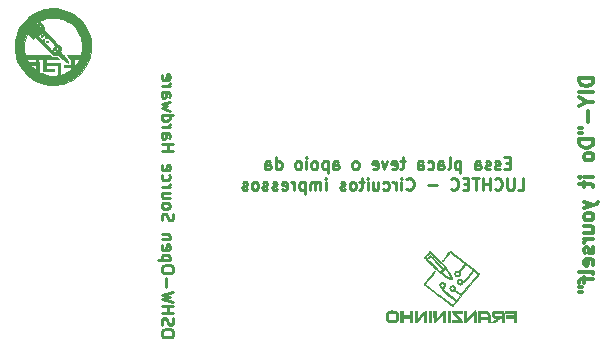
<source format=gbo>
G04 #@! TF.GenerationSoftware,KiCad,Pcbnew,(5.0.0)*
G04 #@! TF.CreationDate,2018-10-03T22:20:58-03:00*
G04 #@! TF.ProjectId,Franzininho-DIY-LUCHTEC,4672616E7A696E696E686F2D4449592D,rev?*
G04 #@! TF.SameCoordinates,Original*
G04 #@! TF.FileFunction,Legend,Bot*
G04 #@! TF.FilePolarity,Positive*
%FSLAX46Y46*%
G04 Gerber Fmt 4.6, Leading zero omitted, Abs format (unit mm)*
G04 Created by KiCad (PCBNEW (5.0.0)) date 10/03/18 22:20:58*
%MOMM*%
%LPD*%
G01*
G04 APERTURE LIST*
%ADD10C,0.250000*%
%ADD11C,0.300000*%
%ADD12C,0.010000*%
G04 APERTURE END LIST*
D10*
X165678095Y-103828571D02*
X165344761Y-103828571D01*
X165201904Y-104352380D02*
X165678095Y-104352380D01*
X165678095Y-103352380D01*
X165201904Y-103352380D01*
X164820952Y-104304761D02*
X164725714Y-104352380D01*
X164535238Y-104352380D01*
X164440000Y-104304761D01*
X164392380Y-104209523D01*
X164392380Y-104161904D01*
X164440000Y-104066666D01*
X164535238Y-104019047D01*
X164678095Y-104019047D01*
X164773333Y-103971428D01*
X164820952Y-103876190D01*
X164820952Y-103828571D01*
X164773333Y-103733333D01*
X164678095Y-103685714D01*
X164535238Y-103685714D01*
X164440000Y-103733333D01*
X164011428Y-104304761D02*
X163916190Y-104352380D01*
X163725714Y-104352380D01*
X163630476Y-104304761D01*
X163582857Y-104209523D01*
X163582857Y-104161904D01*
X163630476Y-104066666D01*
X163725714Y-104019047D01*
X163868571Y-104019047D01*
X163963809Y-103971428D01*
X164011428Y-103876190D01*
X164011428Y-103828571D01*
X163963809Y-103733333D01*
X163868571Y-103685714D01*
X163725714Y-103685714D01*
X163630476Y-103733333D01*
X162725714Y-104352380D02*
X162725714Y-103828571D01*
X162773333Y-103733333D01*
X162868571Y-103685714D01*
X163059047Y-103685714D01*
X163154285Y-103733333D01*
X162725714Y-104304761D02*
X162820952Y-104352380D01*
X163059047Y-104352380D01*
X163154285Y-104304761D01*
X163201904Y-104209523D01*
X163201904Y-104114285D01*
X163154285Y-104019047D01*
X163059047Y-103971428D01*
X162820952Y-103971428D01*
X162725714Y-103923809D01*
X161487619Y-103685714D02*
X161487619Y-104685714D01*
X161487619Y-103733333D02*
X161392380Y-103685714D01*
X161201904Y-103685714D01*
X161106666Y-103733333D01*
X161059047Y-103780952D01*
X161011428Y-103876190D01*
X161011428Y-104161904D01*
X161059047Y-104257142D01*
X161106666Y-104304761D01*
X161201904Y-104352380D01*
X161392380Y-104352380D01*
X161487619Y-104304761D01*
X160440000Y-104352380D02*
X160535238Y-104304761D01*
X160582857Y-104209523D01*
X160582857Y-103352380D01*
X159630476Y-104352380D02*
X159630476Y-103828571D01*
X159678095Y-103733333D01*
X159773333Y-103685714D01*
X159963809Y-103685714D01*
X160059047Y-103733333D01*
X159630476Y-104304761D02*
X159725714Y-104352380D01*
X159963809Y-104352380D01*
X160059047Y-104304761D01*
X160106666Y-104209523D01*
X160106666Y-104114285D01*
X160059047Y-104019047D01*
X159963809Y-103971428D01*
X159725714Y-103971428D01*
X159630476Y-103923809D01*
X158725714Y-104304761D02*
X158820952Y-104352380D01*
X159011428Y-104352380D01*
X159106666Y-104304761D01*
X159154285Y-104257142D01*
X159201904Y-104161904D01*
X159201904Y-103876190D01*
X159154285Y-103780952D01*
X159106666Y-103733333D01*
X159011428Y-103685714D01*
X158820952Y-103685714D01*
X158725714Y-103733333D01*
X157868571Y-104352380D02*
X157868571Y-103828571D01*
X157916190Y-103733333D01*
X158011428Y-103685714D01*
X158201904Y-103685714D01*
X158297142Y-103733333D01*
X157868571Y-104304761D02*
X157963809Y-104352380D01*
X158201904Y-104352380D01*
X158297142Y-104304761D01*
X158344761Y-104209523D01*
X158344761Y-104114285D01*
X158297142Y-104019047D01*
X158201904Y-103971428D01*
X157963809Y-103971428D01*
X157868571Y-103923809D01*
X156773333Y-103685714D02*
X156392380Y-103685714D01*
X156630476Y-103352380D02*
X156630476Y-104209523D01*
X156582857Y-104304761D01*
X156487619Y-104352380D01*
X156392380Y-104352380D01*
X155678095Y-104304761D02*
X155773333Y-104352380D01*
X155963809Y-104352380D01*
X156059047Y-104304761D01*
X156106666Y-104209523D01*
X156106666Y-103828571D01*
X156059047Y-103733333D01*
X155963809Y-103685714D01*
X155773333Y-103685714D01*
X155678095Y-103733333D01*
X155630476Y-103828571D01*
X155630476Y-103923809D01*
X156106666Y-104019047D01*
X155297142Y-103685714D02*
X155059047Y-104352380D01*
X154820952Y-103685714D01*
X154059047Y-104304761D02*
X154154285Y-104352380D01*
X154344761Y-104352380D01*
X154440000Y-104304761D01*
X154487619Y-104209523D01*
X154487619Y-103828571D01*
X154440000Y-103733333D01*
X154344761Y-103685714D01*
X154154285Y-103685714D01*
X154059047Y-103733333D01*
X154011428Y-103828571D01*
X154011428Y-103923809D01*
X154487619Y-104019047D01*
X152678095Y-104352380D02*
X152773333Y-104304761D01*
X152820952Y-104257142D01*
X152868571Y-104161904D01*
X152868571Y-103876190D01*
X152820952Y-103780952D01*
X152773333Y-103733333D01*
X152678095Y-103685714D01*
X152535238Y-103685714D01*
X152440000Y-103733333D01*
X152392380Y-103780952D01*
X152344761Y-103876190D01*
X152344761Y-104161904D01*
X152392380Y-104257142D01*
X152440000Y-104304761D01*
X152535238Y-104352380D01*
X152678095Y-104352380D01*
X150725714Y-104352380D02*
X150725714Y-103828571D01*
X150773333Y-103733333D01*
X150868571Y-103685714D01*
X151059047Y-103685714D01*
X151154285Y-103733333D01*
X150725714Y-104304761D02*
X150820952Y-104352380D01*
X151059047Y-104352380D01*
X151154285Y-104304761D01*
X151201904Y-104209523D01*
X151201904Y-104114285D01*
X151154285Y-104019047D01*
X151059047Y-103971428D01*
X150820952Y-103971428D01*
X150725714Y-103923809D01*
X150249523Y-103685714D02*
X150249523Y-104685714D01*
X150249523Y-103733333D02*
X150154285Y-103685714D01*
X149963809Y-103685714D01*
X149868571Y-103733333D01*
X149820952Y-103780952D01*
X149773333Y-103876190D01*
X149773333Y-104161904D01*
X149820952Y-104257142D01*
X149868571Y-104304761D01*
X149963809Y-104352380D01*
X150154285Y-104352380D01*
X150249523Y-104304761D01*
X149201904Y-104352380D02*
X149297142Y-104304761D01*
X149344761Y-104257142D01*
X149392380Y-104161904D01*
X149392380Y-103876190D01*
X149344761Y-103780952D01*
X149297142Y-103733333D01*
X149201904Y-103685714D01*
X149059047Y-103685714D01*
X148963809Y-103733333D01*
X148916190Y-103780952D01*
X148868571Y-103876190D01*
X148868571Y-104161904D01*
X148916190Y-104257142D01*
X148963809Y-104304761D01*
X149059047Y-104352380D01*
X149201904Y-104352380D01*
X148440000Y-104352380D02*
X148440000Y-103685714D01*
X148440000Y-103352380D02*
X148487619Y-103400000D01*
X148440000Y-103447619D01*
X148392380Y-103400000D01*
X148440000Y-103352380D01*
X148440000Y-103447619D01*
X147820952Y-104352380D02*
X147916190Y-104304761D01*
X147963809Y-104257142D01*
X148011428Y-104161904D01*
X148011428Y-103876190D01*
X147963809Y-103780952D01*
X147916190Y-103733333D01*
X147820952Y-103685714D01*
X147678095Y-103685714D01*
X147582857Y-103733333D01*
X147535238Y-103780952D01*
X147487619Y-103876190D01*
X147487619Y-104161904D01*
X147535238Y-104257142D01*
X147582857Y-104304761D01*
X147678095Y-104352380D01*
X147820952Y-104352380D01*
X145868571Y-104352380D02*
X145868571Y-103352380D01*
X145868571Y-104304761D02*
X145963809Y-104352380D01*
X146154285Y-104352380D01*
X146249523Y-104304761D01*
X146297142Y-104257142D01*
X146344761Y-104161904D01*
X146344761Y-103876190D01*
X146297142Y-103780952D01*
X146249523Y-103733333D01*
X146154285Y-103685714D01*
X145963809Y-103685714D01*
X145868571Y-103733333D01*
X144963809Y-104352380D02*
X144963809Y-103828571D01*
X145011428Y-103733333D01*
X145106666Y-103685714D01*
X145297142Y-103685714D01*
X145392380Y-103733333D01*
X144963809Y-104304761D02*
X145059047Y-104352380D01*
X145297142Y-104352380D01*
X145392380Y-104304761D01*
X145440000Y-104209523D01*
X145440000Y-104114285D01*
X145392380Y-104019047D01*
X145297142Y-103971428D01*
X145059047Y-103971428D01*
X144963809Y-103923809D01*
X166344761Y-106102380D02*
X166820952Y-106102380D01*
X166820952Y-105102380D01*
X166011428Y-105102380D02*
X166011428Y-105911904D01*
X165963809Y-106007142D01*
X165916190Y-106054761D01*
X165820952Y-106102380D01*
X165630476Y-106102380D01*
X165535238Y-106054761D01*
X165487619Y-106007142D01*
X165440000Y-105911904D01*
X165440000Y-105102380D01*
X164392380Y-106007142D02*
X164440000Y-106054761D01*
X164582857Y-106102380D01*
X164678095Y-106102380D01*
X164820952Y-106054761D01*
X164916190Y-105959523D01*
X164963809Y-105864285D01*
X165011428Y-105673809D01*
X165011428Y-105530952D01*
X164963809Y-105340476D01*
X164916190Y-105245238D01*
X164820952Y-105150000D01*
X164678095Y-105102380D01*
X164582857Y-105102380D01*
X164440000Y-105150000D01*
X164392380Y-105197619D01*
X163963809Y-106102380D02*
X163963809Y-105102380D01*
X163963809Y-105578571D02*
X163392380Y-105578571D01*
X163392380Y-106102380D02*
X163392380Y-105102380D01*
X163059047Y-105102380D02*
X162487619Y-105102380D01*
X162773333Y-106102380D02*
X162773333Y-105102380D01*
X162154285Y-105578571D02*
X161820952Y-105578571D01*
X161678095Y-106102380D02*
X162154285Y-106102380D01*
X162154285Y-105102380D01*
X161678095Y-105102380D01*
X160678095Y-106007142D02*
X160725714Y-106054761D01*
X160868571Y-106102380D01*
X160963809Y-106102380D01*
X161106666Y-106054761D01*
X161201904Y-105959523D01*
X161249523Y-105864285D01*
X161297142Y-105673809D01*
X161297142Y-105530952D01*
X161249523Y-105340476D01*
X161201904Y-105245238D01*
X161106666Y-105150000D01*
X160963809Y-105102380D01*
X160868571Y-105102380D01*
X160725714Y-105150000D01*
X160678095Y-105197619D01*
X159487619Y-105721428D02*
X158725714Y-105721428D01*
X156916190Y-106007142D02*
X156963809Y-106054761D01*
X157106666Y-106102380D01*
X157201904Y-106102380D01*
X157344761Y-106054761D01*
X157440000Y-105959523D01*
X157487619Y-105864285D01*
X157535238Y-105673809D01*
X157535238Y-105530952D01*
X157487619Y-105340476D01*
X157440000Y-105245238D01*
X157344761Y-105150000D01*
X157201904Y-105102380D01*
X157106666Y-105102380D01*
X156963809Y-105150000D01*
X156916190Y-105197619D01*
X156487619Y-106102380D02*
X156487619Y-105435714D01*
X156487619Y-105102380D02*
X156535238Y-105150000D01*
X156487619Y-105197619D01*
X156440000Y-105150000D01*
X156487619Y-105102380D01*
X156487619Y-105197619D01*
X156011428Y-106102380D02*
X156011428Y-105435714D01*
X156011428Y-105626190D02*
X155963809Y-105530952D01*
X155916190Y-105483333D01*
X155820952Y-105435714D01*
X155725714Y-105435714D01*
X154963809Y-106054761D02*
X155059047Y-106102380D01*
X155249523Y-106102380D01*
X155344761Y-106054761D01*
X155392380Y-106007142D01*
X155440000Y-105911904D01*
X155440000Y-105626190D01*
X155392380Y-105530952D01*
X155344761Y-105483333D01*
X155249523Y-105435714D01*
X155059047Y-105435714D01*
X154963809Y-105483333D01*
X154106666Y-105435714D02*
X154106666Y-106102380D01*
X154535238Y-105435714D02*
X154535238Y-105959523D01*
X154487619Y-106054761D01*
X154392380Y-106102380D01*
X154249523Y-106102380D01*
X154154285Y-106054761D01*
X154106666Y-106007142D01*
X153630476Y-106102380D02*
X153630476Y-105435714D01*
X153630476Y-105102380D02*
X153678095Y-105150000D01*
X153630476Y-105197619D01*
X153582857Y-105150000D01*
X153630476Y-105102380D01*
X153630476Y-105197619D01*
X153297142Y-105435714D02*
X152916190Y-105435714D01*
X153154285Y-105102380D02*
X153154285Y-105959523D01*
X153106666Y-106054761D01*
X153011428Y-106102380D01*
X152916190Y-106102380D01*
X152440000Y-106102380D02*
X152535238Y-106054761D01*
X152582857Y-106007142D01*
X152630476Y-105911904D01*
X152630476Y-105626190D01*
X152582857Y-105530952D01*
X152535238Y-105483333D01*
X152440000Y-105435714D01*
X152297142Y-105435714D01*
X152201904Y-105483333D01*
X152154285Y-105530952D01*
X152106666Y-105626190D01*
X152106666Y-105911904D01*
X152154285Y-106007142D01*
X152201904Y-106054761D01*
X152297142Y-106102380D01*
X152440000Y-106102380D01*
X151725714Y-106054761D02*
X151630476Y-106102380D01*
X151440000Y-106102380D01*
X151344761Y-106054761D01*
X151297142Y-105959523D01*
X151297142Y-105911904D01*
X151344761Y-105816666D01*
X151440000Y-105769047D01*
X151582857Y-105769047D01*
X151678095Y-105721428D01*
X151725714Y-105626190D01*
X151725714Y-105578571D01*
X151678095Y-105483333D01*
X151582857Y-105435714D01*
X151440000Y-105435714D01*
X151344761Y-105483333D01*
X150106666Y-106102380D02*
X150106666Y-105435714D01*
X150106666Y-105102380D02*
X150154285Y-105150000D01*
X150106666Y-105197619D01*
X150059047Y-105150000D01*
X150106666Y-105102380D01*
X150106666Y-105197619D01*
X149630476Y-106102380D02*
X149630476Y-105435714D01*
X149630476Y-105530952D02*
X149582857Y-105483333D01*
X149487619Y-105435714D01*
X149344761Y-105435714D01*
X149249523Y-105483333D01*
X149201904Y-105578571D01*
X149201904Y-106102380D01*
X149201904Y-105578571D02*
X149154285Y-105483333D01*
X149059047Y-105435714D01*
X148916190Y-105435714D01*
X148820952Y-105483333D01*
X148773333Y-105578571D01*
X148773333Y-106102380D01*
X148297142Y-105435714D02*
X148297142Y-106435714D01*
X148297142Y-105483333D02*
X148201904Y-105435714D01*
X148011428Y-105435714D01*
X147916190Y-105483333D01*
X147868571Y-105530952D01*
X147820952Y-105626190D01*
X147820952Y-105911904D01*
X147868571Y-106007142D01*
X147916190Y-106054761D01*
X148011428Y-106102380D01*
X148201904Y-106102380D01*
X148297142Y-106054761D01*
X147392380Y-106102380D02*
X147392380Y-105435714D01*
X147392380Y-105626190D02*
X147344761Y-105530952D01*
X147297142Y-105483333D01*
X147201904Y-105435714D01*
X147106666Y-105435714D01*
X146392380Y-106054761D02*
X146487619Y-106102380D01*
X146678095Y-106102380D01*
X146773333Y-106054761D01*
X146820952Y-105959523D01*
X146820952Y-105578571D01*
X146773333Y-105483333D01*
X146678095Y-105435714D01*
X146487619Y-105435714D01*
X146392380Y-105483333D01*
X146344761Y-105578571D01*
X146344761Y-105673809D01*
X146820952Y-105769047D01*
X145963809Y-106054761D02*
X145868571Y-106102380D01*
X145678095Y-106102380D01*
X145582857Y-106054761D01*
X145535238Y-105959523D01*
X145535238Y-105911904D01*
X145582857Y-105816666D01*
X145678095Y-105769047D01*
X145820952Y-105769047D01*
X145916190Y-105721428D01*
X145963809Y-105626190D01*
X145963809Y-105578571D01*
X145916190Y-105483333D01*
X145820952Y-105435714D01*
X145678095Y-105435714D01*
X145582857Y-105483333D01*
X145154285Y-106054761D02*
X145059047Y-106102380D01*
X144868571Y-106102380D01*
X144773333Y-106054761D01*
X144725714Y-105959523D01*
X144725714Y-105911904D01*
X144773333Y-105816666D01*
X144868571Y-105769047D01*
X145011428Y-105769047D01*
X145106666Y-105721428D01*
X145154285Y-105626190D01*
X145154285Y-105578571D01*
X145106666Y-105483333D01*
X145011428Y-105435714D01*
X144868571Y-105435714D01*
X144773333Y-105483333D01*
X144154285Y-106102380D02*
X144249523Y-106054761D01*
X144297142Y-106007142D01*
X144344761Y-105911904D01*
X144344761Y-105626190D01*
X144297142Y-105530952D01*
X144249523Y-105483333D01*
X144154285Y-105435714D01*
X144011428Y-105435714D01*
X143916190Y-105483333D01*
X143868571Y-105530952D01*
X143820952Y-105626190D01*
X143820952Y-105911904D01*
X143868571Y-106007142D01*
X143916190Y-106054761D01*
X144011428Y-106102380D01*
X144154285Y-106102380D01*
X143440000Y-106054761D02*
X143344761Y-106102380D01*
X143154285Y-106102380D01*
X143059047Y-106054761D01*
X143011428Y-105959523D01*
X143011428Y-105911904D01*
X143059047Y-105816666D01*
X143154285Y-105769047D01*
X143297142Y-105769047D01*
X143392380Y-105721428D01*
X143440000Y-105626190D01*
X143440000Y-105578571D01*
X143392380Y-105483333D01*
X143297142Y-105435714D01*
X143154285Y-105435714D01*
X143059047Y-105483333D01*
X137199619Y-118346761D02*
X137199619Y-118156285D01*
X137152000Y-118061047D01*
X137056761Y-117965809D01*
X136866285Y-117918190D01*
X136532952Y-117918190D01*
X136342476Y-117965809D01*
X136247238Y-118061047D01*
X136199619Y-118156285D01*
X136199619Y-118346761D01*
X136247238Y-118442000D01*
X136342476Y-118537238D01*
X136532952Y-118584857D01*
X136866285Y-118584857D01*
X137056761Y-118537238D01*
X137152000Y-118442000D01*
X137199619Y-118346761D01*
X136247238Y-117537238D02*
X136199619Y-117394380D01*
X136199619Y-117156285D01*
X136247238Y-117061047D01*
X136294857Y-117013428D01*
X136390095Y-116965809D01*
X136485333Y-116965809D01*
X136580571Y-117013428D01*
X136628190Y-117061047D01*
X136675809Y-117156285D01*
X136723428Y-117346761D01*
X136771047Y-117442000D01*
X136818666Y-117489619D01*
X136913904Y-117537238D01*
X137009142Y-117537238D01*
X137104380Y-117489619D01*
X137152000Y-117442000D01*
X137199619Y-117346761D01*
X137199619Y-117108666D01*
X137152000Y-116965809D01*
X136199619Y-116537238D02*
X137199619Y-116537238D01*
X136723428Y-116537238D02*
X136723428Y-115965809D01*
X136199619Y-115965809D02*
X137199619Y-115965809D01*
X137199619Y-115584857D02*
X136199619Y-115346761D01*
X136913904Y-115156285D01*
X136199619Y-114965809D01*
X137199619Y-114727714D01*
X136580571Y-114346761D02*
X136580571Y-113584857D01*
X137199619Y-112918190D02*
X137199619Y-112727714D01*
X137152000Y-112632476D01*
X137056761Y-112537238D01*
X136866285Y-112489619D01*
X136532952Y-112489619D01*
X136342476Y-112537238D01*
X136247238Y-112632476D01*
X136199619Y-112727714D01*
X136199619Y-112918190D01*
X136247238Y-113013428D01*
X136342476Y-113108666D01*
X136532952Y-113156285D01*
X136866285Y-113156285D01*
X137056761Y-113108666D01*
X137152000Y-113013428D01*
X137199619Y-112918190D01*
X136866285Y-112061047D02*
X135866285Y-112061047D01*
X136818666Y-112061047D02*
X136866285Y-111965809D01*
X136866285Y-111775333D01*
X136818666Y-111680095D01*
X136771047Y-111632476D01*
X136675809Y-111584857D01*
X136390095Y-111584857D01*
X136294857Y-111632476D01*
X136247238Y-111680095D01*
X136199619Y-111775333D01*
X136199619Y-111965809D01*
X136247238Y-112061047D01*
X136247238Y-110775333D02*
X136199619Y-110870571D01*
X136199619Y-111061047D01*
X136247238Y-111156285D01*
X136342476Y-111203904D01*
X136723428Y-111203904D01*
X136818666Y-111156285D01*
X136866285Y-111061047D01*
X136866285Y-110870571D01*
X136818666Y-110775333D01*
X136723428Y-110727714D01*
X136628190Y-110727714D01*
X136532952Y-111203904D01*
X136866285Y-110299142D02*
X136199619Y-110299142D01*
X136771047Y-110299142D02*
X136818666Y-110251523D01*
X136866285Y-110156285D01*
X136866285Y-110013428D01*
X136818666Y-109918190D01*
X136723428Y-109870571D01*
X136199619Y-109870571D01*
X136247238Y-108680095D02*
X136199619Y-108537238D01*
X136199619Y-108299142D01*
X136247238Y-108203904D01*
X136294857Y-108156285D01*
X136390095Y-108108666D01*
X136485333Y-108108666D01*
X136580571Y-108156285D01*
X136628190Y-108203904D01*
X136675809Y-108299142D01*
X136723428Y-108489619D01*
X136771047Y-108584857D01*
X136818666Y-108632476D01*
X136913904Y-108680095D01*
X137009142Y-108680095D01*
X137104380Y-108632476D01*
X137152000Y-108584857D01*
X137199619Y-108489619D01*
X137199619Y-108251523D01*
X137152000Y-108108666D01*
X136199619Y-107537238D02*
X136247238Y-107632476D01*
X136294857Y-107680095D01*
X136390095Y-107727714D01*
X136675809Y-107727714D01*
X136771047Y-107680095D01*
X136818666Y-107632476D01*
X136866285Y-107537238D01*
X136866285Y-107394380D01*
X136818666Y-107299142D01*
X136771047Y-107251523D01*
X136675809Y-107203904D01*
X136390095Y-107203904D01*
X136294857Y-107251523D01*
X136247238Y-107299142D01*
X136199619Y-107394380D01*
X136199619Y-107537238D01*
X136866285Y-106346761D02*
X136199619Y-106346761D01*
X136866285Y-106775333D02*
X136342476Y-106775333D01*
X136247238Y-106727714D01*
X136199619Y-106632476D01*
X136199619Y-106489619D01*
X136247238Y-106394380D01*
X136294857Y-106346761D01*
X136199619Y-105870571D02*
X136866285Y-105870571D01*
X136675809Y-105870571D02*
X136771047Y-105822952D01*
X136818666Y-105775333D01*
X136866285Y-105680095D01*
X136866285Y-105584857D01*
X136247238Y-104822952D02*
X136199619Y-104918190D01*
X136199619Y-105108666D01*
X136247238Y-105203904D01*
X136294857Y-105251523D01*
X136390095Y-105299142D01*
X136675809Y-105299142D01*
X136771047Y-105251523D01*
X136818666Y-105203904D01*
X136866285Y-105108666D01*
X136866285Y-104918190D01*
X136818666Y-104822952D01*
X136247238Y-104013428D02*
X136199619Y-104108666D01*
X136199619Y-104299142D01*
X136247238Y-104394380D01*
X136342476Y-104442000D01*
X136723428Y-104442000D01*
X136818666Y-104394380D01*
X136866285Y-104299142D01*
X136866285Y-104108666D01*
X136818666Y-104013428D01*
X136723428Y-103965809D01*
X136628190Y-103965809D01*
X136532952Y-104442000D01*
X136199619Y-102775333D02*
X137199619Y-102775333D01*
X136723428Y-102775333D02*
X136723428Y-102203904D01*
X136199619Y-102203904D02*
X137199619Y-102203904D01*
X136199619Y-101299142D02*
X136723428Y-101299142D01*
X136818666Y-101346761D01*
X136866285Y-101442000D01*
X136866285Y-101632476D01*
X136818666Y-101727714D01*
X136247238Y-101299142D02*
X136199619Y-101394380D01*
X136199619Y-101632476D01*
X136247238Y-101727714D01*
X136342476Y-101775333D01*
X136437714Y-101775333D01*
X136532952Y-101727714D01*
X136580571Y-101632476D01*
X136580571Y-101394380D01*
X136628190Y-101299142D01*
X136199619Y-100822952D02*
X136866285Y-100822952D01*
X136675809Y-100822952D02*
X136771047Y-100775333D01*
X136818666Y-100727714D01*
X136866285Y-100632476D01*
X136866285Y-100537238D01*
X136199619Y-99775333D02*
X137199619Y-99775333D01*
X136247238Y-99775333D02*
X136199619Y-99870571D01*
X136199619Y-100061047D01*
X136247238Y-100156285D01*
X136294857Y-100203904D01*
X136390095Y-100251523D01*
X136675809Y-100251523D01*
X136771047Y-100203904D01*
X136818666Y-100156285D01*
X136866285Y-100061047D01*
X136866285Y-99870571D01*
X136818666Y-99775333D01*
X136866285Y-99394380D02*
X136199619Y-99203904D01*
X136675809Y-99013428D01*
X136199619Y-98822952D01*
X136866285Y-98632476D01*
X136199619Y-97822952D02*
X136723428Y-97822952D01*
X136818666Y-97870571D01*
X136866285Y-97965809D01*
X136866285Y-98156285D01*
X136818666Y-98251523D01*
X136247238Y-97822952D02*
X136199619Y-97918190D01*
X136199619Y-98156285D01*
X136247238Y-98251523D01*
X136342476Y-98299142D01*
X136437714Y-98299142D01*
X136532952Y-98251523D01*
X136580571Y-98156285D01*
X136580571Y-97918190D01*
X136628190Y-97822952D01*
X136199619Y-97346761D02*
X136866285Y-97346761D01*
X136675809Y-97346761D02*
X136771047Y-97299142D01*
X136818666Y-97251523D01*
X136866285Y-97156285D01*
X136866285Y-97061047D01*
X136247238Y-96346761D02*
X136199619Y-96442000D01*
X136199619Y-96632476D01*
X136247238Y-96727714D01*
X136342476Y-96775333D01*
X136723428Y-96775333D01*
X136818666Y-96727714D01*
X136866285Y-96632476D01*
X136866285Y-96442000D01*
X136818666Y-96346761D01*
X136723428Y-96299142D01*
X136628190Y-96299142D01*
X136532952Y-96775333D01*
D11*
X172754857Y-96635428D02*
X171554857Y-96635428D01*
X171554857Y-96921142D01*
X171612000Y-97092571D01*
X171726285Y-97206857D01*
X171840571Y-97264000D01*
X172069142Y-97321142D01*
X172240571Y-97321142D01*
X172469142Y-97264000D01*
X172583428Y-97206857D01*
X172697714Y-97092571D01*
X172754857Y-96921142D01*
X172754857Y-96635428D01*
X172754857Y-97835428D02*
X171554857Y-97835428D01*
X172183428Y-98635428D02*
X172754857Y-98635428D01*
X171554857Y-98235428D02*
X172183428Y-98635428D01*
X171554857Y-99035428D01*
X172297714Y-99435428D02*
X172297714Y-100349714D01*
X171554857Y-100864000D02*
X171783428Y-100864000D01*
X171554857Y-101321142D02*
X171783428Y-101321142D01*
X172754857Y-101835428D02*
X171554857Y-101835428D01*
X171554857Y-102121142D01*
X171612000Y-102292571D01*
X171726285Y-102406857D01*
X171840571Y-102464000D01*
X172069142Y-102521142D01*
X172240571Y-102521142D01*
X172469142Y-102464000D01*
X172583428Y-102406857D01*
X172697714Y-102292571D01*
X172754857Y-102121142D01*
X172754857Y-101835428D01*
X172754857Y-103206857D02*
X172697714Y-103092571D01*
X172640571Y-103035428D01*
X172526285Y-102978285D01*
X172183428Y-102978285D01*
X172069142Y-103035428D01*
X172012000Y-103092571D01*
X171954857Y-103206857D01*
X171954857Y-103378285D01*
X172012000Y-103492571D01*
X172069142Y-103549714D01*
X172183428Y-103606857D01*
X172526285Y-103606857D01*
X172640571Y-103549714D01*
X172697714Y-103492571D01*
X172754857Y-103378285D01*
X172754857Y-103206857D01*
X172754857Y-105035428D02*
X171954857Y-105035428D01*
X171554857Y-105035428D02*
X171612000Y-104978285D01*
X171669142Y-105035428D01*
X171612000Y-105092571D01*
X171554857Y-105035428D01*
X171669142Y-105035428D01*
X171954857Y-105435428D02*
X171954857Y-105892571D01*
X171554857Y-105606857D02*
X172583428Y-105606857D01*
X172697714Y-105664000D01*
X172754857Y-105778285D01*
X172754857Y-105892571D01*
X171954857Y-107092571D02*
X172754857Y-107378285D01*
X171954857Y-107664000D02*
X172754857Y-107378285D01*
X173040571Y-107264000D01*
X173097714Y-107206857D01*
X173154857Y-107092571D01*
X172754857Y-108292571D02*
X172697714Y-108178285D01*
X172640571Y-108121142D01*
X172526285Y-108064000D01*
X172183428Y-108064000D01*
X172069142Y-108121142D01*
X172012000Y-108178285D01*
X171954857Y-108292571D01*
X171954857Y-108464000D01*
X172012000Y-108578285D01*
X172069142Y-108635428D01*
X172183428Y-108692571D01*
X172526285Y-108692571D01*
X172640571Y-108635428D01*
X172697714Y-108578285D01*
X172754857Y-108464000D01*
X172754857Y-108292571D01*
X171954857Y-109721142D02*
X172754857Y-109721142D01*
X171954857Y-109206857D02*
X172583428Y-109206857D01*
X172697714Y-109264000D01*
X172754857Y-109378285D01*
X172754857Y-109549714D01*
X172697714Y-109664000D01*
X172640571Y-109721142D01*
X172754857Y-110292571D02*
X171954857Y-110292571D01*
X172183428Y-110292571D02*
X172069142Y-110349714D01*
X172012000Y-110406857D01*
X171954857Y-110521142D01*
X171954857Y-110635428D01*
X172697714Y-110978285D02*
X172754857Y-111092571D01*
X172754857Y-111321142D01*
X172697714Y-111435428D01*
X172583428Y-111492571D01*
X172526285Y-111492571D01*
X172412000Y-111435428D01*
X172354857Y-111321142D01*
X172354857Y-111149714D01*
X172297714Y-111035428D01*
X172183428Y-110978285D01*
X172126285Y-110978285D01*
X172012000Y-111035428D01*
X171954857Y-111149714D01*
X171954857Y-111321142D01*
X172012000Y-111435428D01*
X172697714Y-112464000D02*
X172754857Y-112349714D01*
X172754857Y-112121142D01*
X172697714Y-112006857D01*
X172583428Y-111949714D01*
X172126285Y-111949714D01*
X172012000Y-112006857D01*
X171954857Y-112121142D01*
X171954857Y-112349714D01*
X172012000Y-112464000D01*
X172126285Y-112521142D01*
X172240571Y-112521142D01*
X172354857Y-111949714D01*
X172754857Y-113206857D02*
X172697714Y-113092571D01*
X172583428Y-113035428D01*
X171554857Y-113035428D01*
X171954857Y-113492571D02*
X171954857Y-113949714D01*
X172754857Y-113664000D02*
X171726285Y-113664000D01*
X171612000Y-113721142D01*
X171554857Y-113835428D01*
X171554857Y-113949714D01*
X171554857Y-114292571D02*
X171783428Y-114292571D01*
X171554857Y-114749714D02*
X171783428Y-114749714D01*
D12*
G04 #@! TO.C,G\002A\002A\002A*
G36*
X159000042Y-111753826D02*
X158999008Y-111754832D01*
X158988186Y-111782428D01*
X159008580Y-111822313D01*
X159054753Y-111874250D01*
X159129918Y-111940679D01*
X159183946Y-111962381D01*
X159217349Y-111941927D01*
X159207987Y-111914079D01*
X159170024Y-111864620D01*
X159129986Y-111822509D01*
X159067291Y-111766335D01*
X159027066Y-111745037D01*
X159000042Y-111753826D01*
X159000042Y-111753826D01*
G37*
X159000042Y-111753826D02*
X158999008Y-111754832D01*
X158988186Y-111782428D01*
X159008580Y-111822313D01*
X159054753Y-111874250D01*
X159129918Y-111940679D01*
X159183946Y-111962381D01*
X159217349Y-111941927D01*
X159207987Y-111914079D01*
X159170024Y-111864620D01*
X159129986Y-111822509D01*
X159067291Y-111766335D01*
X159027066Y-111745037D01*
X159000042Y-111753826D01*
G36*
X159295111Y-112046206D02*
X159293634Y-112049369D01*
X159295335Y-112075112D01*
X159318198Y-112115640D01*
X159365979Y-112175531D01*
X159442433Y-112259363D01*
X159551316Y-112371714D01*
X159590930Y-112411728D01*
X159719306Y-112540114D01*
X159817157Y-112635499D01*
X159889085Y-112701582D01*
X159939691Y-112742061D01*
X159973579Y-112760635D01*
X159995350Y-112761000D01*
X160009068Y-112747739D01*
X159997524Y-112720992D01*
X159953201Y-112663922D01*
X159880180Y-112581161D01*
X159782545Y-112477343D01*
X159668864Y-112361586D01*
X159544015Y-112237760D01*
X159449894Y-112147186D01*
X159382222Y-112086304D01*
X159336720Y-112051554D01*
X159309110Y-112039375D01*
X159295111Y-112046206D01*
X159295111Y-112046206D01*
G37*
X159295111Y-112046206D02*
X159293634Y-112049369D01*
X159295335Y-112075112D01*
X159318198Y-112115640D01*
X159365979Y-112175531D01*
X159442433Y-112259363D01*
X159551316Y-112371714D01*
X159590930Y-112411728D01*
X159719306Y-112540114D01*
X159817157Y-112635499D01*
X159889085Y-112701582D01*
X159939691Y-112742061D01*
X159973579Y-112760635D01*
X159995350Y-112761000D01*
X160009068Y-112747739D01*
X159997524Y-112720992D01*
X159953201Y-112663922D01*
X159880180Y-112581161D01*
X159782545Y-112477343D01*
X159668864Y-112361586D01*
X159544015Y-112237760D01*
X159449894Y-112147186D01*
X159382222Y-112086304D01*
X159336720Y-112051554D01*
X159309110Y-112039375D01*
X159295111Y-112046206D01*
G36*
X158866018Y-111320254D02*
X158806632Y-111367077D01*
X158731979Y-111434956D01*
X158650082Y-111515579D01*
X158568964Y-111600634D01*
X158496647Y-111681808D01*
X158441153Y-111750790D01*
X158410505Y-111799267D01*
X158407471Y-111815306D01*
X158428625Y-111841522D01*
X158482187Y-111898804D01*
X158563997Y-111982958D01*
X158669897Y-112089786D01*
X158795725Y-112215094D01*
X158937322Y-112354686D01*
X159090527Y-112504367D01*
X159094752Y-112508475D01*
X159282989Y-112690659D01*
X159438157Y-112838788D01*
X159562746Y-112955088D01*
X159659250Y-113041780D01*
X159730159Y-113101087D01*
X159777966Y-113135233D01*
X159805162Y-113146439D01*
X159809258Y-113145835D01*
X159844764Y-113150818D01*
X159901727Y-113187902D01*
X159984397Y-113260132D01*
X160031079Y-113304876D01*
X160125346Y-113393069D01*
X160206301Y-113456339D01*
X160292309Y-113506496D01*
X160401736Y-113555351D01*
X160451800Y-113575448D01*
X160556439Y-113616760D01*
X160644926Y-113651701D01*
X160705566Y-113675652D01*
X160724636Y-113683190D01*
X160759573Y-113674970D01*
X160770371Y-113658669D01*
X160767172Y-113621225D01*
X160747608Y-113548118D01*
X160740096Y-113525607D01*
X160627716Y-113525607D01*
X160619704Y-113536363D01*
X160610181Y-113533766D01*
X160578716Y-113520801D01*
X160513176Y-113494217D01*
X160426634Y-113459315D01*
X160409663Y-113452489D01*
X160295028Y-113399405D01*
X160197602Y-113335423D01*
X160097264Y-113246713D01*
X160067977Y-113217651D01*
X159907390Y-113055623D01*
X160032724Y-112928375D01*
X160158059Y-112801127D01*
X160316645Y-112958304D01*
X160411995Y-113060572D01*
X160480055Y-113156137D01*
X160535564Y-113266829D01*
X160552553Y-113307690D01*
X160595838Y-113417931D01*
X160620327Y-113488350D01*
X160627716Y-113525607D01*
X160740096Y-113525607D01*
X160715029Y-113450502D01*
X160679997Y-113357584D01*
X160628672Y-113233154D01*
X160583519Y-113141037D01*
X160534492Y-113065405D01*
X160471547Y-112990429D01*
X160398977Y-112914765D01*
X160316321Y-112828375D01*
X160267153Y-112769307D01*
X160247006Y-112731119D01*
X160251409Y-112707371D01*
X160253504Y-112705056D01*
X160261482Y-112695417D01*
X160264246Y-112683545D01*
X160258868Y-112666192D01*
X160255516Y-112660877D01*
X160146631Y-112660877D01*
X159963301Y-112845438D01*
X159885650Y-112922361D01*
X159821491Y-112983578D01*
X159778965Y-113021457D01*
X159766409Y-113030000D01*
X159745710Y-113012723D01*
X159693778Y-112963867D01*
X159615183Y-112887889D01*
X159514494Y-112789249D01*
X159396283Y-112672405D01*
X159265118Y-112541817D01*
X159225816Y-112502520D01*
X158698785Y-111975041D01*
X159080611Y-111595763D01*
X160146631Y-112660877D01*
X160255516Y-112660877D01*
X160242416Y-112640106D01*
X160211958Y-112602039D01*
X160164565Y-112548739D01*
X160097306Y-112476957D01*
X160007249Y-112383442D01*
X159891465Y-112264944D01*
X159747022Y-112118214D01*
X159570989Y-111940001D01*
X159487196Y-111855250D01*
X159349884Y-111717624D01*
X159222700Y-111592512D01*
X159159288Y-111531470D01*
X159015359Y-111531470D01*
X158637939Y-111911426D01*
X158579670Y-111856685D01*
X158538972Y-111813679D01*
X158521417Y-111785663D01*
X158521400Y-111785256D01*
X158539136Y-111762344D01*
X158586982Y-111713807D01*
X158656902Y-111647564D01*
X158713931Y-111595569D01*
X158906461Y-111422572D01*
X159015359Y-111531470D01*
X159159288Y-111531470D01*
X159110326Y-111484338D01*
X159017449Y-111397525D01*
X158948754Y-111336497D01*
X158908924Y-111305678D01*
X158902115Y-111302800D01*
X158866018Y-111320254D01*
X158866018Y-111320254D01*
G37*
X158866018Y-111320254D02*
X158806632Y-111367077D01*
X158731979Y-111434956D01*
X158650082Y-111515579D01*
X158568964Y-111600634D01*
X158496647Y-111681808D01*
X158441153Y-111750790D01*
X158410505Y-111799267D01*
X158407471Y-111815306D01*
X158428625Y-111841522D01*
X158482187Y-111898804D01*
X158563997Y-111982958D01*
X158669897Y-112089786D01*
X158795725Y-112215094D01*
X158937322Y-112354686D01*
X159090527Y-112504367D01*
X159094752Y-112508475D01*
X159282989Y-112690659D01*
X159438157Y-112838788D01*
X159562746Y-112955088D01*
X159659250Y-113041780D01*
X159730159Y-113101087D01*
X159777966Y-113135233D01*
X159805162Y-113146439D01*
X159809258Y-113145835D01*
X159844764Y-113150818D01*
X159901727Y-113187902D01*
X159984397Y-113260132D01*
X160031079Y-113304876D01*
X160125346Y-113393069D01*
X160206301Y-113456339D01*
X160292309Y-113506496D01*
X160401736Y-113555351D01*
X160451800Y-113575448D01*
X160556439Y-113616760D01*
X160644926Y-113651701D01*
X160705566Y-113675652D01*
X160724636Y-113683190D01*
X160759573Y-113674970D01*
X160770371Y-113658669D01*
X160767172Y-113621225D01*
X160747608Y-113548118D01*
X160740096Y-113525607D01*
X160627716Y-113525607D01*
X160619704Y-113536363D01*
X160610181Y-113533766D01*
X160578716Y-113520801D01*
X160513176Y-113494217D01*
X160426634Y-113459315D01*
X160409663Y-113452489D01*
X160295028Y-113399405D01*
X160197602Y-113335423D01*
X160097264Y-113246713D01*
X160067977Y-113217651D01*
X159907390Y-113055623D01*
X160032724Y-112928375D01*
X160158059Y-112801127D01*
X160316645Y-112958304D01*
X160411995Y-113060572D01*
X160480055Y-113156137D01*
X160535564Y-113266829D01*
X160552553Y-113307690D01*
X160595838Y-113417931D01*
X160620327Y-113488350D01*
X160627716Y-113525607D01*
X160740096Y-113525607D01*
X160715029Y-113450502D01*
X160679997Y-113357584D01*
X160628672Y-113233154D01*
X160583519Y-113141037D01*
X160534492Y-113065405D01*
X160471547Y-112990429D01*
X160398977Y-112914765D01*
X160316321Y-112828375D01*
X160267153Y-112769307D01*
X160247006Y-112731119D01*
X160251409Y-112707371D01*
X160253504Y-112705056D01*
X160261482Y-112695417D01*
X160264246Y-112683545D01*
X160258868Y-112666192D01*
X160255516Y-112660877D01*
X160146631Y-112660877D01*
X159963301Y-112845438D01*
X159885650Y-112922361D01*
X159821491Y-112983578D01*
X159778965Y-113021457D01*
X159766409Y-113030000D01*
X159745710Y-113012723D01*
X159693778Y-112963867D01*
X159615183Y-112887889D01*
X159514494Y-112789249D01*
X159396283Y-112672405D01*
X159265118Y-112541817D01*
X159225816Y-112502520D01*
X158698785Y-111975041D01*
X159080611Y-111595763D01*
X160146631Y-112660877D01*
X160255516Y-112660877D01*
X160242416Y-112640106D01*
X160211958Y-112602039D01*
X160164565Y-112548739D01*
X160097306Y-112476957D01*
X160007249Y-112383442D01*
X159891465Y-112264944D01*
X159747022Y-112118214D01*
X159570989Y-111940001D01*
X159487196Y-111855250D01*
X159349884Y-111717624D01*
X159222700Y-111592512D01*
X159159288Y-111531470D01*
X159015359Y-111531470D01*
X158637939Y-111911426D01*
X158579670Y-111856685D01*
X158538972Y-111813679D01*
X158521417Y-111785663D01*
X158521400Y-111785256D01*
X158539136Y-111762344D01*
X158586982Y-111713807D01*
X158656902Y-111647564D01*
X158713931Y-111595569D01*
X158906461Y-111422572D01*
X159015359Y-111531470D01*
X159159288Y-111531470D01*
X159110326Y-111484338D01*
X159017449Y-111397525D01*
X158948754Y-111336497D01*
X158908924Y-111305678D01*
X158902115Y-111302800D01*
X158866018Y-111320254D01*
G36*
X160589506Y-111271180D02*
X160542793Y-111324771D01*
X160474944Y-111406850D01*
X160390832Y-111511491D01*
X160295329Y-111632770D01*
X160265646Y-111670919D01*
X160148861Y-111823301D01*
X160062616Y-111940751D01*
X160004673Y-112027147D01*
X159972793Y-112086367D01*
X159964739Y-112122290D01*
X159978275Y-112138794D01*
X159994432Y-112141000D01*
X160016426Y-112121964D01*
X160064275Y-112069004D01*
X160132705Y-111988339D01*
X160216440Y-111886191D01*
X160310207Y-111768778D01*
X160312122Y-111766350D01*
X160405826Y-111648335D01*
X160489149Y-111544918D01*
X160556892Y-111462430D01*
X160603854Y-111407202D01*
X160624835Y-111385565D01*
X160624939Y-111385523D01*
X160648420Y-111398997D01*
X160705500Y-111439627D01*
X160790202Y-111502726D01*
X160896547Y-111583603D01*
X161018557Y-111677569D01*
X161150252Y-111779937D01*
X161285654Y-111886015D01*
X161418785Y-111991116D01*
X161543666Y-112090550D01*
X161654318Y-112179628D01*
X161744763Y-112253661D01*
X161809022Y-112307961D01*
X161841117Y-112337837D01*
X161843573Y-112341314D01*
X161830313Y-112367189D01*
X161788830Y-112423899D01*
X161724696Y-112504353D01*
X161643487Y-112601462D01*
X161593545Y-112659421D01*
X161495240Y-112771742D01*
X161423527Y-112850889D01*
X161371883Y-112902214D01*
X161333786Y-112931067D01*
X161302714Y-112942799D01*
X161272146Y-112942762D01*
X161252197Y-112939479D01*
X161148399Y-112940558D01*
X161064312Y-112979126D01*
X161003357Y-113044861D01*
X160968957Y-113127442D01*
X160964533Y-113216544D01*
X160993507Y-113301847D01*
X161059301Y-113373026D01*
X161100509Y-113397075D01*
X161196935Y-113430875D01*
X161275401Y-113425562D01*
X161352688Y-113379084D01*
X161370080Y-113364132D01*
X161435770Y-113274240D01*
X161445937Y-113218260D01*
X161358164Y-113218260D01*
X161327398Y-113278394D01*
X161273950Y-113320457D01*
X161206880Y-113335197D01*
X161135250Y-113313359D01*
X161107851Y-113292763D01*
X161068290Y-113228336D01*
X161066421Y-113154564D01*
X161096510Y-113086946D01*
X161152823Y-113040985D01*
X161205037Y-113030000D01*
X161267494Y-113047533D01*
X161315400Y-113080800D01*
X161357185Y-113149311D01*
X161358164Y-113218260D01*
X161445937Y-113218260D01*
X161455371Y-113166321D01*
X161435292Y-113066157D01*
X161433556Y-113038577D01*
X161448613Y-113000430D01*
X161484662Y-112945562D01*
X161545902Y-112867821D01*
X161636533Y-112761057D01*
X161669377Y-112723257D01*
X161759042Y-112622302D01*
X161838261Y-112536622D01*
X161900609Y-112472899D01*
X161939658Y-112437814D01*
X161948448Y-112433100D01*
X161977428Y-112447863D01*
X162036233Y-112487560D01*
X162115943Y-112545306D01*
X162207634Y-112614213D01*
X162302384Y-112687394D01*
X162391270Y-112757962D01*
X162465371Y-112819030D01*
X162515764Y-112863712D01*
X162533552Y-112884724D01*
X162518545Y-112909374D01*
X162475924Y-112967452D01*
X162410241Y-113053066D01*
X162326046Y-113160322D01*
X162227890Y-113283328D01*
X162177406Y-113345921D01*
X162035343Y-113518442D01*
X161920994Y-113650715D01*
X161834730Y-113742335D01*
X161776922Y-113792897D01*
X161757296Y-113803084D01*
X161709065Y-113804767D01*
X161660636Y-113778009D01*
X161609841Y-113729237D01*
X161548184Y-113672135D01*
X161490762Y-113645941D01*
X161413182Y-113639600D01*
X161412079Y-113639600D01*
X161322709Y-113648858D01*
X161261630Y-113681172D01*
X161245511Y-113696750D01*
X161186242Y-113791006D01*
X161171115Y-113889431D01*
X161195535Y-113981858D01*
X161254910Y-114058118D01*
X161344646Y-114108043D01*
X161437714Y-114122200D01*
X161525098Y-114100845D01*
X161602637Y-114046195D01*
X161651479Y-113972370D01*
X161655547Y-113959029D01*
X161677240Y-113915072D01*
X161723693Y-113894216D01*
X161765901Y-113888777D01*
X161798160Y-113884093D01*
X161829217Y-113872552D01*
X161849920Y-113858712D01*
X161564984Y-113858712D01*
X161553208Y-113925223D01*
X161511875Y-113980263D01*
X161451442Y-114015214D01*
X161382366Y-114021461D01*
X161315106Y-113990389D01*
X161304515Y-113980685D01*
X161274813Y-113926353D01*
X161264600Y-113866971D01*
X161285204Y-113793182D01*
X161337482Y-113745087D01*
X161407137Y-113726763D01*
X161479873Y-113742288D01*
X161536745Y-113789346D01*
X161564984Y-113858712D01*
X161849920Y-113858712D01*
X161863988Y-113849308D01*
X161907390Y-113809517D01*
X161964342Y-113748334D01*
X162039761Y-113660914D01*
X162138564Y-113542412D01*
X162229476Y-113432040D01*
X162335813Y-113302797D01*
X162431595Y-113186669D01*
X162512043Y-113089427D01*
X162572376Y-113016844D01*
X162607814Y-112974693D01*
X162614879Y-112966654D01*
X162640805Y-112973106D01*
X162692958Y-113004183D01*
X162759505Y-113050863D01*
X162828618Y-113104122D01*
X162888463Y-113154936D01*
X162927212Y-113194281D01*
X162935253Y-113211017D01*
X162918330Y-113234286D01*
X162872746Y-113292933D01*
X162801783Y-113382835D01*
X162708724Y-113499871D01*
X162596851Y-113639921D01*
X162469449Y-113798860D01*
X162329799Y-113972569D01*
X162232377Y-114093478D01*
X161536453Y-114956408D01*
X161286227Y-114751614D01*
X161036000Y-114546821D01*
X161036000Y-114458478D01*
X160929557Y-114458478D01*
X160894665Y-114525537D01*
X160877250Y-114540613D01*
X160800792Y-114572380D01*
X160730335Y-114554284D01*
X160670770Y-114495685D01*
X160637049Y-114443404D01*
X160634031Y-114403763D01*
X160656314Y-114355985D01*
X160711340Y-114300742D01*
X160785332Y-114277449D01*
X160859084Y-114289584D01*
X160893115Y-114313142D01*
X160929535Y-114380582D01*
X160929557Y-114458478D01*
X161036000Y-114458478D01*
X161036000Y-114425668D01*
X161030848Y-114344479D01*
X161009003Y-114290670D01*
X160960880Y-114241318D01*
X160957852Y-114238757D01*
X160858640Y-114182228D01*
X160758231Y-114175015D01*
X160662811Y-114216960D01*
X160627647Y-114247246D01*
X160570737Y-114335486D01*
X160551603Y-114438142D01*
X160572208Y-114537539D01*
X160591579Y-114571804D01*
X160660248Y-114630908D01*
X160752970Y-114663620D01*
X160846854Y-114662961D01*
X160868895Y-114656362D01*
X160926125Y-114637270D01*
X160959765Y-114630200D01*
X160984995Y-114645039D01*
X161040199Y-114684690D01*
X161115987Y-114741855D01*
X161202970Y-114809235D01*
X161291757Y-114879531D01*
X161372960Y-114945445D01*
X161437187Y-114999678D01*
X161452013Y-115012824D01*
X161446013Y-115038685D01*
X161413875Y-115091755D01*
X161363784Y-115161788D01*
X161303921Y-115238537D01*
X161242469Y-115311758D01*
X161187610Y-115371205D01*
X161147529Y-115406631D01*
X161133275Y-115411924D01*
X161108152Y-115395116D01*
X161048254Y-115351365D01*
X160959025Y-115284761D01*
X160845910Y-115199393D01*
X160714353Y-115099352D01*
X160569799Y-114988726D01*
X160565868Y-114985708D01*
X160402756Y-114860137D01*
X160275698Y-114761110D01*
X160180226Y-114684536D01*
X160111873Y-114626324D01*
X160066170Y-114582381D01*
X160038649Y-114548617D01*
X160024842Y-114520939D01*
X160020281Y-114495256D01*
X160020043Y-114485861D01*
X160030985Y-114420970D01*
X160068651Y-114389648D01*
X160072247Y-114388441D01*
X160129412Y-114346338D01*
X160171238Y-114270882D01*
X160190790Y-114178823D01*
X160190761Y-114178283D01*
X160097504Y-114178283D01*
X160075557Y-114250403D01*
X160054164Y-114278949D01*
X159988824Y-114318704D01*
X159912774Y-114321069D01*
X159846453Y-114286960D01*
X159830941Y-114268948D01*
X159794881Y-114188210D01*
X159808134Y-114115594D01*
X159842200Y-114071400D01*
X159911283Y-114028936D01*
X159980550Y-114027396D01*
X160040806Y-114057776D01*
X160082855Y-114111073D01*
X160097504Y-114178283D01*
X160190761Y-114178283D01*
X160187079Y-114111114D01*
X160153272Y-114025622D01*
X160088472Y-113968683D01*
X159983490Y-113925121D01*
X159887344Y-113930613D01*
X159794013Y-113985635D01*
X159786028Y-113992600D01*
X159729941Y-114053466D01*
X159706771Y-114116381D01*
X159703655Y-114168371D01*
X159725753Y-114277637D01*
X159788085Y-114361595D01*
X159857687Y-114402531D01*
X159902087Y-114441830D01*
X159927127Y-114522182D01*
X159927311Y-114523329D01*
X159933867Y-114554295D01*
X159945990Y-114583937D01*
X159968215Y-114616461D01*
X160005074Y-114656077D01*
X160061102Y-114706991D01*
X160140830Y-114773413D01*
X160248793Y-114859550D01*
X160389524Y-114969610D01*
X160503080Y-115057804D01*
X160648458Y-115171309D01*
X160779657Y-115275159D01*
X160891581Y-115365205D01*
X160979131Y-115437297D01*
X161037212Y-115487286D01*
X161060725Y-115511023D01*
X161060980Y-115511941D01*
X161043557Y-115548467D01*
X161002157Y-115605581D01*
X160946902Y-115671928D01*
X160887917Y-115736151D01*
X160835328Y-115786894D01*
X160799259Y-115812802D01*
X160791902Y-115813740D01*
X160765656Y-115796497D01*
X160703789Y-115752320D01*
X160610747Y-115684538D01*
X160490976Y-115596477D01*
X160348924Y-115491465D01*
X160189037Y-115372829D01*
X160015761Y-115243896D01*
X159833544Y-115107995D01*
X159646833Y-114968451D01*
X159460073Y-114828593D01*
X159277712Y-114691747D01*
X159104197Y-114561241D01*
X158943973Y-114440403D01*
X158801488Y-114332559D01*
X158681189Y-114241037D01*
X158587522Y-114169164D01*
X158524934Y-114120268D01*
X158497872Y-114097676D01*
X158497114Y-114096637D01*
X158511883Y-114074061D01*
X158554089Y-114016962D01*
X158619656Y-113930663D01*
X158704509Y-113820486D01*
X158804573Y-113691754D01*
X158915185Y-113550537D01*
X159049268Y-113378779D01*
X159153423Y-113242151D01*
X159230132Y-113136663D01*
X159281876Y-113058328D01*
X159311138Y-113003155D01*
X159320400Y-112967157D01*
X159312143Y-112946344D01*
X159296100Y-112938343D01*
X159274590Y-112955715D01*
X159227422Y-113007643D01*
X159159375Y-113088008D01*
X159075227Y-113190690D01*
X158979756Y-113309573D01*
X158877740Y-113438537D01*
X158773957Y-113571464D01*
X158673184Y-113702236D01*
X158580201Y-113824733D01*
X158499785Y-113932838D01*
X158436713Y-114020432D01*
X158395764Y-114081396D01*
X158381700Y-114109284D01*
X158401399Y-114128811D01*
X158457624Y-114175313D01*
X158546068Y-114245548D01*
X158662421Y-114336272D01*
X158802378Y-114444241D01*
X158961629Y-114566212D01*
X159135868Y-114698940D01*
X159320786Y-114839182D01*
X159512075Y-114983694D01*
X159705429Y-115129233D01*
X159896538Y-115272555D01*
X160081096Y-115410417D01*
X160254794Y-115539574D01*
X160413326Y-115656783D01*
X160552382Y-115758800D01*
X160667655Y-115842382D01*
X160754838Y-115904284D01*
X160809622Y-115941264D01*
X160827220Y-115950723D01*
X160845869Y-115931448D01*
X160893813Y-115875840D01*
X160968428Y-115787086D01*
X161067088Y-115668372D01*
X161187169Y-115522884D01*
X161326045Y-115353808D01*
X161481091Y-115164329D01*
X161649682Y-114957635D01*
X161829192Y-114736911D01*
X161950400Y-114587533D01*
X162135484Y-114358787D01*
X162310848Y-114141195D01*
X162473903Y-113938023D01*
X162622062Y-113752537D01*
X162752736Y-113588005D01*
X162863335Y-113447692D01*
X162951272Y-113334865D01*
X163013958Y-113252790D01*
X163048805Y-113204733D01*
X163055300Y-113193329D01*
X163035982Y-113173414D01*
X162980813Y-113125544D01*
X162893977Y-113053040D01*
X162779655Y-112959221D01*
X162642029Y-112847409D01*
X162485281Y-112720922D01*
X162313593Y-112583082D01*
X162131145Y-112437209D01*
X161942121Y-112286623D01*
X161750702Y-112134644D01*
X161561070Y-111984593D01*
X161377407Y-111839789D01*
X161203894Y-111703553D01*
X161044714Y-111579206D01*
X160904048Y-111470067D01*
X160786078Y-111379457D01*
X160694986Y-111310695D01*
X160634954Y-111267103D01*
X160610210Y-111252000D01*
X160589506Y-111271180D01*
X160589506Y-111271180D01*
G37*
X160589506Y-111271180D02*
X160542793Y-111324771D01*
X160474944Y-111406850D01*
X160390832Y-111511491D01*
X160295329Y-111632770D01*
X160265646Y-111670919D01*
X160148861Y-111823301D01*
X160062616Y-111940751D01*
X160004673Y-112027147D01*
X159972793Y-112086367D01*
X159964739Y-112122290D01*
X159978275Y-112138794D01*
X159994432Y-112141000D01*
X160016426Y-112121964D01*
X160064275Y-112069004D01*
X160132705Y-111988339D01*
X160216440Y-111886191D01*
X160310207Y-111768778D01*
X160312122Y-111766350D01*
X160405826Y-111648335D01*
X160489149Y-111544918D01*
X160556892Y-111462430D01*
X160603854Y-111407202D01*
X160624835Y-111385565D01*
X160624939Y-111385523D01*
X160648420Y-111398997D01*
X160705500Y-111439627D01*
X160790202Y-111502726D01*
X160896547Y-111583603D01*
X161018557Y-111677569D01*
X161150252Y-111779937D01*
X161285654Y-111886015D01*
X161418785Y-111991116D01*
X161543666Y-112090550D01*
X161654318Y-112179628D01*
X161744763Y-112253661D01*
X161809022Y-112307961D01*
X161841117Y-112337837D01*
X161843573Y-112341314D01*
X161830313Y-112367189D01*
X161788830Y-112423899D01*
X161724696Y-112504353D01*
X161643487Y-112601462D01*
X161593545Y-112659421D01*
X161495240Y-112771742D01*
X161423527Y-112850889D01*
X161371883Y-112902214D01*
X161333786Y-112931067D01*
X161302714Y-112942799D01*
X161272146Y-112942762D01*
X161252197Y-112939479D01*
X161148399Y-112940558D01*
X161064312Y-112979126D01*
X161003357Y-113044861D01*
X160968957Y-113127442D01*
X160964533Y-113216544D01*
X160993507Y-113301847D01*
X161059301Y-113373026D01*
X161100509Y-113397075D01*
X161196935Y-113430875D01*
X161275401Y-113425562D01*
X161352688Y-113379084D01*
X161370080Y-113364132D01*
X161435770Y-113274240D01*
X161445937Y-113218260D01*
X161358164Y-113218260D01*
X161327398Y-113278394D01*
X161273950Y-113320457D01*
X161206880Y-113335197D01*
X161135250Y-113313359D01*
X161107851Y-113292763D01*
X161068290Y-113228336D01*
X161066421Y-113154564D01*
X161096510Y-113086946D01*
X161152823Y-113040985D01*
X161205037Y-113030000D01*
X161267494Y-113047533D01*
X161315400Y-113080800D01*
X161357185Y-113149311D01*
X161358164Y-113218260D01*
X161445937Y-113218260D01*
X161455371Y-113166321D01*
X161435292Y-113066157D01*
X161433556Y-113038577D01*
X161448613Y-113000430D01*
X161484662Y-112945562D01*
X161545902Y-112867821D01*
X161636533Y-112761057D01*
X161669377Y-112723257D01*
X161759042Y-112622302D01*
X161838261Y-112536622D01*
X161900609Y-112472899D01*
X161939658Y-112437814D01*
X161948448Y-112433100D01*
X161977428Y-112447863D01*
X162036233Y-112487560D01*
X162115943Y-112545306D01*
X162207634Y-112614213D01*
X162302384Y-112687394D01*
X162391270Y-112757962D01*
X162465371Y-112819030D01*
X162515764Y-112863712D01*
X162533552Y-112884724D01*
X162518545Y-112909374D01*
X162475924Y-112967452D01*
X162410241Y-113053066D01*
X162326046Y-113160322D01*
X162227890Y-113283328D01*
X162177406Y-113345921D01*
X162035343Y-113518442D01*
X161920994Y-113650715D01*
X161834730Y-113742335D01*
X161776922Y-113792897D01*
X161757296Y-113803084D01*
X161709065Y-113804767D01*
X161660636Y-113778009D01*
X161609841Y-113729237D01*
X161548184Y-113672135D01*
X161490762Y-113645941D01*
X161413182Y-113639600D01*
X161412079Y-113639600D01*
X161322709Y-113648858D01*
X161261630Y-113681172D01*
X161245511Y-113696750D01*
X161186242Y-113791006D01*
X161171115Y-113889431D01*
X161195535Y-113981858D01*
X161254910Y-114058118D01*
X161344646Y-114108043D01*
X161437714Y-114122200D01*
X161525098Y-114100845D01*
X161602637Y-114046195D01*
X161651479Y-113972370D01*
X161655547Y-113959029D01*
X161677240Y-113915072D01*
X161723693Y-113894216D01*
X161765901Y-113888777D01*
X161798160Y-113884093D01*
X161829217Y-113872552D01*
X161849920Y-113858712D01*
X161564984Y-113858712D01*
X161553208Y-113925223D01*
X161511875Y-113980263D01*
X161451442Y-114015214D01*
X161382366Y-114021461D01*
X161315106Y-113990389D01*
X161304515Y-113980685D01*
X161274813Y-113926353D01*
X161264600Y-113866971D01*
X161285204Y-113793182D01*
X161337482Y-113745087D01*
X161407137Y-113726763D01*
X161479873Y-113742288D01*
X161536745Y-113789346D01*
X161564984Y-113858712D01*
X161849920Y-113858712D01*
X161863988Y-113849308D01*
X161907390Y-113809517D01*
X161964342Y-113748334D01*
X162039761Y-113660914D01*
X162138564Y-113542412D01*
X162229476Y-113432040D01*
X162335813Y-113302797D01*
X162431595Y-113186669D01*
X162512043Y-113089427D01*
X162572376Y-113016844D01*
X162607814Y-112974693D01*
X162614879Y-112966654D01*
X162640805Y-112973106D01*
X162692958Y-113004183D01*
X162759505Y-113050863D01*
X162828618Y-113104122D01*
X162888463Y-113154936D01*
X162927212Y-113194281D01*
X162935253Y-113211017D01*
X162918330Y-113234286D01*
X162872746Y-113292933D01*
X162801783Y-113382835D01*
X162708724Y-113499871D01*
X162596851Y-113639921D01*
X162469449Y-113798860D01*
X162329799Y-113972569D01*
X162232377Y-114093478D01*
X161536453Y-114956408D01*
X161286227Y-114751614D01*
X161036000Y-114546821D01*
X161036000Y-114458478D01*
X160929557Y-114458478D01*
X160894665Y-114525537D01*
X160877250Y-114540613D01*
X160800792Y-114572380D01*
X160730335Y-114554284D01*
X160670770Y-114495685D01*
X160637049Y-114443404D01*
X160634031Y-114403763D01*
X160656314Y-114355985D01*
X160711340Y-114300742D01*
X160785332Y-114277449D01*
X160859084Y-114289584D01*
X160893115Y-114313142D01*
X160929535Y-114380582D01*
X160929557Y-114458478D01*
X161036000Y-114458478D01*
X161036000Y-114425668D01*
X161030848Y-114344479D01*
X161009003Y-114290670D01*
X160960880Y-114241318D01*
X160957852Y-114238757D01*
X160858640Y-114182228D01*
X160758231Y-114175015D01*
X160662811Y-114216960D01*
X160627647Y-114247246D01*
X160570737Y-114335486D01*
X160551603Y-114438142D01*
X160572208Y-114537539D01*
X160591579Y-114571804D01*
X160660248Y-114630908D01*
X160752970Y-114663620D01*
X160846854Y-114662961D01*
X160868895Y-114656362D01*
X160926125Y-114637270D01*
X160959765Y-114630200D01*
X160984995Y-114645039D01*
X161040199Y-114684690D01*
X161115987Y-114741855D01*
X161202970Y-114809235D01*
X161291757Y-114879531D01*
X161372960Y-114945445D01*
X161437187Y-114999678D01*
X161452013Y-115012824D01*
X161446013Y-115038685D01*
X161413875Y-115091755D01*
X161363784Y-115161788D01*
X161303921Y-115238537D01*
X161242469Y-115311758D01*
X161187610Y-115371205D01*
X161147529Y-115406631D01*
X161133275Y-115411924D01*
X161108152Y-115395116D01*
X161048254Y-115351365D01*
X160959025Y-115284761D01*
X160845910Y-115199393D01*
X160714353Y-115099352D01*
X160569799Y-114988726D01*
X160565868Y-114985708D01*
X160402756Y-114860137D01*
X160275698Y-114761110D01*
X160180226Y-114684536D01*
X160111873Y-114626324D01*
X160066170Y-114582381D01*
X160038649Y-114548617D01*
X160024842Y-114520939D01*
X160020281Y-114495256D01*
X160020043Y-114485861D01*
X160030985Y-114420970D01*
X160068651Y-114389648D01*
X160072247Y-114388441D01*
X160129412Y-114346338D01*
X160171238Y-114270882D01*
X160190790Y-114178823D01*
X160190761Y-114178283D01*
X160097504Y-114178283D01*
X160075557Y-114250403D01*
X160054164Y-114278949D01*
X159988824Y-114318704D01*
X159912774Y-114321069D01*
X159846453Y-114286960D01*
X159830941Y-114268948D01*
X159794881Y-114188210D01*
X159808134Y-114115594D01*
X159842200Y-114071400D01*
X159911283Y-114028936D01*
X159980550Y-114027396D01*
X160040806Y-114057776D01*
X160082855Y-114111073D01*
X160097504Y-114178283D01*
X160190761Y-114178283D01*
X160187079Y-114111114D01*
X160153272Y-114025622D01*
X160088472Y-113968683D01*
X159983490Y-113925121D01*
X159887344Y-113930613D01*
X159794013Y-113985635D01*
X159786028Y-113992600D01*
X159729941Y-114053466D01*
X159706771Y-114116381D01*
X159703655Y-114168371D01*
X159725753Y-114277637D01*
X159788085Y-114361595D01*
X159857687Y-114402531D01*
X159902087Y-114441830D01*
X159927127Y-114522182D01*
X159927311Y-114523329D01*
X159933867Y-114554295D01*
X159945990Y-114583937D01*
X159968215Y-114616461D01*
X160005074Y-114656077D01*
X160061102Y-114706991D01*
X160140830Y-114773413D01*
X160248793Y-114859550D01*
X160389524Y-114969610D01*
X160503080Y-115057804D01*
X160648458Y-115171309D01*
X160779657Y-115275159D01*
X160891581Y-115365205D01*
X160979131Y-115437297D01*
X161037212Y-115487286D01*
X161060725Y-115511023D01*
X161060980Y-115511941D01*
X161043557Y-115548467D01*
X161002157Y-115605581D01*
X160946902Y-115671928D01*
X160887917Y-115736151D01*
X160835328Y-115786894D01*
X160799259Y-115812802D01*
X160791902Y-115813740D01*
X160765656Y-115796497D01*
X160703789Y-115752320D01*
X160610747Y-115684538D01*
X160490976Y-115596477D01*
X160348924Y-115491465D01*
X160189037Y-115372829D01*
X160015761Y-115243896D01*
X159833544Y-115107995D01*
X159646833Y-114968451D01*
X159460073Y-114828593D01*
X159277712Y-114691747D01*
X159104197Y-114561241D01*
X158943973Y-114440403D01*
X158801488Y-114332559D01*
X158681189Y-114241037D01*
X158587522Y-114169164D01*
X158524934Y-114120268D01*
X158497872Y-114097676D01*
X158497114Y-114096637D01*
X158511883Y-114074061D01*
X158554089Y-114016962D01*
X158619656Y-113930663D01*
X158704509Y-113820486D01*
X158804573Y-113691754D01*
X158915185Y-113550537D01*
X159049268Y-113378779D01*
X159153423Y-113242151D01*
X159230132Y-113136663D01*
X159281876Y-113058328D01*
X159311138Y-113003155D01*
X159320400Y-112967157D01*
X159312143Y-112946344D01*
X159296100Y-112938343D01*
X159274590Y-112955715D01*
X159227422Y-113007643D01*
X159159375Y-113088008D01*
X159075227Y-113190690D01*
X158979756Y-113309573D01*
X158877740Y-113438537D01*
X158773957Y-113571464D01*
X158673184Y-113702236D01*
X158580201Y-113824733D01*
X158499785Y-113932838D01*
X158436713Y-114020432D01*
X158395764Y-114081396D01*
X158381700Y-114109284D01*
X158401399Y-114128811D01*
X158457624Y-114175313D01*
X158546068Y-114245548D01*
X158662421Y-114336272D01*
X158802378Y-114444241D01*
X158961629Y-114566212D01*
X159135868Y-114698940D01*
X159320786Y-114839182D01*
X159512075Y-114983694D01*
X159705429Y-115129233D01*
X159896538Y-115272555D01*
X160081096Y-115410417D01*
X160254794Y-115539574D01*
X160413326Y-115656783D01*
X160552382Y-115758800D01*
X160667655Y-115842382D01*
X160754838Y-115904284D01*
X160809622Y-115941264D01*
X160827220Y-115950723D01*
X160845869Y-115931448D01*
X160893813Y-115875840D01*
X160968428Y-115787086D01*
X161067088Y-115668372D01*
X161187169Y-115522884D01*
X161326045Y-115353808D01*
X161481091Y-115164329D01*
X161649682Y-114957635D01*
X161829192Y-114736911D01*
X161950400Y-114587533D01*
X162135484Y-114358787D01*
X162310848Y-114141195D01*
X162473903Y-113938023D01*
X162622062Y-113752537D01*
X162752736Y-113588005D01*
X162863335Y-113447692D01*
X162951272Y-113334865D01*
X163013958Y-113252790D01*
X163048805Y-113204733D01*
X163055300Y-113193329D01*
X163035982Y-113173414D01*
X162980813Y-113125544D01*
X162893977Y-113053040D01*
X162779655Y-112959221D01*
X162642029Y-112847409D01*
X162485281Y-112720922D01*
X162313593Y-112583082D01*
X162131145Y-112437209D01*
X161942121Y-112286623D01*
X161750702Y-112134644D01*
X161561070Y-111984593D01*
X161377407Y-111839789D01*
X161203894Y-111703553D01*
X161044714Y-111579206D01*
X160904048Y-111470067D01*
X160786078Y-111379457D01*
X160694986Y-111310695D01*
X160634954Y-111267103D01*
X160610210Y-111252000D01*
X160589506Y-111271180D01*
G36*
X165379400Y-116916200D02*
X165938200Y-116916200D01*
X165938200Y-116738400D01*
X165379400Y-116738400D01*
X165379400Y-116916200D01*
X165379400Y-116916200D01*
G37*
X165379400Y-116916200D02*
X165938200Y-116916200D01*
X165938200Y-116738400D01*
X165379400Y-116738400D01*
X165379400Y-116916200D01*
G36*
X155545007Y-116325536D02*
X155427910Y-116347171D01*
X155341013Y-116388592D01*
X155274621Y-116454186D01*
X155225750Y-116534813D01*
X155181454Y-116666977D01*
X155165601Y-116819271D01*
X155178168Y-116971783D01*
X155219135Y-117104603D01*
X155226384Y-117119079D01*
X155280233Y-117202439D01*
X155345197Y-117260489D01*
X155430825Y-117297209D01*
X155546668Y-117316578D01*
X155702275Y-117322577D01*
X155714758Y-117322600D01*
X155835463Y-117321328D01*
X155918527Y-117315965D01*
X155977082Y-117304184D01*
X156024256Y-117283660D01*
X156059438Y-117261559D01*
X156144777Y-117184735D01*
X156200026Y-117086578D01*
X156228145Y-116958911D01*
X156231565Y-116815602D01*
X156057600Y-116815602D01*
X156047395Y-116961585D01*
X156015640Y-117064412D01*
X155960629Y-117127691D01*
X155898344Y-117152340D01*
X155786865Y-117164894D01*
X155665587Y-117164705D01*
X155555518Y-117152695D01*
X155487329Y-117134250D01*
X155420433Y-117097157D01*
X155377965Y-117046028D01*
X155355037Y-116969883D01*
X155346759Y-116857740D01*
X155346400Y-116817686D01*
X155349093Y-116716796D01*
X155359888Y-116649965D01*
X155382862Y-116600612D01*
X155407701Y-116568366D01*
X155439718Y-116534437D01*
X155472893Y-116513438D01*
X155519810Y-116502276D01*
X155593052Y-116497861D01*
X155697755Y-116497100D01*
X155809518Y-116498375D01*
X155883477Y-116504012D01*
X155932602Y-116516723D01*
X155969862Y-116539222D01*
X155992054Y-116558677D01*
X156025734Y-116595157D01*
X156045421Y-116635475D01*
X156054792Y-116694044D01*
X156057524Y-116785273D01*
X156057600Y-116815602D01*
X156231565Y-116815602D01*
X156232092Y-116793558D01*
X156231761Y-116785392D01*
X156224048Y-116669180D01*
X156210473Y-116588666D01*
X156187556Y-116528805D01*
X156163548Y-116490366D01*
X156100006Y-116415842D01*
X156027579Y-116365641D01*
X155935135Y-116335636D01*
X155811542Y-116321701D01*
X155702000Y-116319300D01*
X155545007Y-116325536D01*
X155545007Y-116325536D01*
G37*
X155545007Y-116325536D02*
X155427910Y-116347171D01*
X155341013Y-116388592D01*
X155274621Y-116454186D01*
X155225750Y-116534813D01*
X155181454Y-116666977D01*
X155165601Y-116819271D01*
X155178168Y-116971783D01*
X155219135Y-117104603D01*
X155226384Y-117119079D01*
X155280233Y-117202439D01*
X155345197Y-117260489D01*
X155430825Y-117297209D01*
X155546668Y-117316578D01*
X155702275Y-117322577D01*
X155714758Y-117322600D01*
X155835463Y-117321328D01*
X155918527Y-117315965D01*
X155977082Y-117304184D01*
X156024256Y-117283660D01*
X156059438Y-117261559D01*
X156144777Y-117184735D01*
X156200026Y-117086578D01*
X156228145Y-116958911D01*
X156231565Y-116815602D01*
X156057600Y-116815602D01*
X156047395Y-116961585D01*
X156015640Y-117064412D01*
X155960629Y-117127691D01*
X155898344Y-117152340D01*
X155786865Y-117164894D01*
X155665587Y-117164705D01*
X155555518Y-117152695D01*
X155487329Y-117134250D01*
X155420433Y-117097157D01*
X155377965Y-117046028D01*
X155355037Y-116969883D01*
X155346759Y-116857740D01*
X155346400Y-116817686D01*
X155349093Y-116716796D01*
X155359888Y-116649965D01*
X155382862Y-116600612D01*
X155407701Y-116568366D01*
X155439718Y-116534437D01*
X155472893Y-116513438D01*
X155519810Y-116502276D01*
X155593052Y-116497861D01*
X155697755Y-116497100D01*
X155809518Y-116498375D01*
X155883477Y-116504012D01*
X155932602Y-116516723D01*
X155969862Y-116539222D01*
X155992054Y-116558677D01*
X156025734Y-116595157D01*
X156045421Y-116635475D01*
X156054792Y-116694044D01*
X156057524Y-116785273D01*
X156057600Y-116815602D01*
X156231565Y-116815602D01*
X156232092Y-116793558D01*
X156231761Y-116785392D01*
X156224048Y-116669180D01*
X156210473Y-116588666D01*
X156187556Y-116528805D01*
X156163548Y-116490366D01*
X156100006Y-116415842D01*
X156027579Y-116365641D01*
X155935135Y-116335636D01*
X155811542Y-116321701D01*
X155702000Y-116319300D01*
X155545007Y-116325536D01*
G36*
X157226000Y-116738400D02*
X156591000Y-116738400D01*
X156591000Y-116332000D01*
X156413200Y-116332000D01*
X156413200Y-117322600D01*
X156591000Y-117322600D01*
X156591000Y-116916200D01*
X157226000Y-116916200D01*
X157226000Y-117322600D01*
X157403800Y-117322600D01*
X157403800Y-116332000D01*
X157226000Y-116332000D01*
X157226000Y-116738400D01*
X157226000Y-116738400D01*
G37*
X157226000Y-116738400D02*
X156591000Y-116738400D01*
X156591000Y-116332000D01*
X156413200Y-116332000D01*
X156413200Y-117322600D01*
X156591000Y-117322600D01*
X156591000Y-116916200D01*
X157226000Y-116916200D01*
X157226000Y-117322600D01*
X157403800Y-117322600D01*
X157403800Y-116332000D01*
X157226000Y-116332000D01*
X157226000Y-116738400D01*
G36*
X158469515Y-116359123D02*
X158388525Y-116428731D01*
X158279151Y-116536446D01*
X158160329Y-116656978D01*
X158051397Y-116766917D01*
X157954953Y-116863353D01*
X157876515Y-116940841D01*
X157821600Y-116993938D01*
X157795728Y-117017201D01*
X157794573Y-117017800D01*
X157791001Y-116993942D01*
X157788014Y-116928541D01*
X157785877Y-116830851D01*
X157784852Y-116710127D01*
X157784800Y-116674900D01*
X157784800Y-116332000D01*
X157631304Y-116332000D01*
X157638202Y-116820950D01*
X157641116Y-117013194D01*
X157646574Y-117157211D01*
X157658829Y-117254545D01*
X157682135Y-117306741D01*
X157720745Y-117315345D01*
X157778913Y-117281902D01*
X157860892Y-117207957D01*
X157970935Y-117095056D01*
X158078888Y-116981049D01*
X158182574Y-116872603D01*
X158274827Y-116778182D01*
X158349843Y-116703559D01*
X158401819Y-116654507D01*
X158424951Y-116636800D01*
X158424971Y-116636800D01*
X158432366Y-116660655D01*
X158438548Y-116726052D01*
X158442973Y-116823737D01*
X158445094Y-116944455D01*
X158445200Y-116979700D01*
X158445200Y-117322600D01*
X158597600Y-117322600D01*
X158597600Y-116843110D01*
X158597587Y-116646055D01*
X158594712Y-116497970D01*
X158584720Y-116397045D01*
X158563359Y-116341469D01*
X158526375Y-116329432D01*
X158469515Y-116359123D01*
X158469515Y-116359123D01*
G37*
X158469515Y-116359123D02*
X158388525Y-116428731D01*
X158279151Y-116536446D01*
X158160329Y-116656978D01*
X158051397Y-116766917D01*
X157954953Y-116863353D01*
X157876515Y-116940841D01*
X157821600Y-116993938D01*
X157795728Y-117017201D01*
X157794573Y-117017800D01*
X157791001Y-116993942D01*
X157788014Y-116928541D01*
X157785877Y-116830851D01*
X157784852Y-116710127D01*
X157784800Y-116674900D01*
X157784800Y-116332000D01*
X157631304Y-116332000D01*
X157638202Y-116820950D01*
X157641116Y-117013194D01*
X157646574Y-117157211D01*
X157658829Y-117254545D01*
X157682135Y-117306741D01*
X157720745Y-117315345D01*
X157778913Y-117281902D01*
X157860892Y-117207957D01*
X157970935Y-117095056D01*
X158078888Y-116981049D01*
X158182574Y-116872603D01*
X158274827Y-116778182D01*
X158349843Y-116703559D01*
X158401819Y-116654507D01*
X158424951Y-116636800D01*
X158424971Y-116636800D01*
X158432366Y-116660655D01*
X158438548Y-116726052D01*
X158442973Y-116823737D01*
X158445094Y-116944455D01*
X158445200Y-116979700D01*
X158445200Y-117322600D01*
X158597600Y-117322600D01*
X158597600Y-116843110D01*
X158597587Y-116646055D01*
X158594712Y-116497970D01*
X158584720Y-116397045D01*
X158563359Y-116341469D01*
X158526375Y-116329432D01*
X158469515Y-116359123D01*
G36*
X158826200Y-117322600D02*
X159004000Y-117322600D01*
X159004000Y-116332000D01*
X158826200Y-116332000D01*
X158826200Y-117322600D01*
X158826200Y-117322600D01*
G37*
X158826200Y-117322600D02*
X159004000Y-117322600D01*
X159004000Y-116332000D01*
X158826200Y-116332000D01*
X158826200Y-117322600D01*
G36*
X160097584Y-116325947D02*
X160064831Y-116344574D01*
X160018467Y-116382702D01*
X159953277Y-116444647D01*
X159864042Y-116534727D01*
X159745547Y-116657258D01*
X159737542Y-116665582D01*
X159386634Y-117030500D01*
X159385000Y-116332000D01*
X159206104Y-116332000D01*
X159213002Y-116820950D01*
X159215866Y-117011413D01*
X159221232Y-117154991D01*
X159233340Y-117253097D01*
X159256428Y-117307141D01*
X159294733Y-117318534D01*
X159352494Y-117288688D01*
X159433949Y-117219015D01*
X159543336Y-117110925D01*
X159675866Y-116975092D01*
X160017906Y-116624100D01*
X160020000Y-117322600D01*
X160197800Y-117322600D01*
X160197800Y-116840893D01*
X160197580Y-116673231D01*
X160196407Y-116549215D01*
X160193516Y-116461690D01*
X160188142Y-116403502D01*
X160179520Y-116367499D01*
X160166884Y-116346525D01*
X160149467Y-116333427D01*
X160143125Y-116329925D01*
X160121943Y-116322503D01*
X160097584Y-116325947D01*
X160097584Y-116325947D01*
G37*
X160097584Y-116325947D02*
X160064831Y-116344574D01*
X160018467Y-116382702D01*
X159953277Y-116444647D01*
X159864042Y-116534727D01*
X159745547Y-116657258D01*
X159737542Y-116665582D01*
X159386634Y-117030500D01*
X159385000Y-116332000D01*
X159206104Y-116332000D01*
X159213002Y-116820950D01*
X159215866Y-117011413D01*
X159221232Y-117154991D01*
X159233340Y-117253097D01*
X159256428Y-117307141D01*
X159294733Y-117318534D01*
X159352494Y-117288688D01*
X159433949Y-117219015D01*
X159543336Y-117110925D01*
X159675866Y-116975092D01*
X160017906Y-116624100D01*
X160020000Y-117322600D01*
X160197800Y-117322600D01*
X160197800Y-116840893D01*
X160197580Y-116673231D01*
X160196407Y-116549215D01*
X160193516Y-116461690D01*
X160188142Y-116403502D01*
X160179520Y-116367499D01*
X160166884Y-116346525D01*
X160149467Y-116333427D01*
X160143125Y-116329925D01*
X160121943Y-116322503D01*
X160097584Y-116325947D01*
G36*
X160401000Y-117322600D02*
X160578800Y-117322600D01*
X160578800Y-116332000D01*
X160401000Y-116332000D01*
X160401000Y-117322600D01*
X160401000Y-117322600D01*
G37*
X160401000Y-117322600D02*
X160578800Y-117322600D01*
X160578800Y-116332000D01*
X160401000Y-116332000D01*
X160401000Y-117322600D01*
G36*
X161052334Y-116332831D02*
X160931709Y-116335689D01*
X160848209Y-116341121D01*
X160795006Y-116349673D01*
X160765275Y-116361892D01*
X160757704Y-116368770D01*
X160744524Y-116387678D01*
X160740590Y-116408261D01*
X160749734Y-116436054D01*
X160775786Y-116476588D01*
X160822576Y-116535396D01*
X160893934Y-116618011D01*
X160993692Y-116729966D01*
X161055050Y-116798267D01*
X161149529Y-116904144D01*
X161230828Y-116996802D01*
X161293356Y-117069743D01*
X161331524Y-117116470D01*
X161340800Y-117130416D01*
X161317073Y-117136079D01*
X161252576Y-117140692D01*
X161157335Y-117143762D01*
X161048700Y-117144800D01*
X160756600Y-117144800D01*
X160756600Y-117322600D01*
X161170620Y-117322600D01*
X161348933Y-117321029D01*
X161479583Y-117316179D01*
X161565613Y-117307841D01*
X161610070Y-117295806D01*
X161615120Y-117292120D01*
X161642184Y-117247720D01*
X161645600Y-117229617D01*
X161629316Y-117201218D01*
X161584112Y-117142092D01*
X161515465Y-117058895D01*
X161428851Y-116958285D01*
X161341591Y-116860047D01*
X161037582Y-116522500D01*
X161645600Y-116508236D01*
X161645600Y-116332000D01*
X161216911Y-116332000D01*
X161052334Y-116332831D01*
X161052334Y-116332831D01*
G37*
X161052334Y-116332831D02*
X160931709Y-116335689D01*
X160848209Y-116341121D01*
X160795006Y-116349673D01*
X160765275Y-116361892D01*
X160757704Y-116368770D01*
X160744524Y-116387678D01*
X160740590Y-116408261D01*
X160749734Y-116436054D01*
X160775786Y-116476588D01*
X160822576Y-116535396D01*
X160893934Y-116618011D01*
X160993692Y-116729966D01*
X161055050Y-116798267D01*
X161149529Y-116904144D01*
X161230828Y-116996802D01*
X161293356Y-117069743D01*
X161331524Y-117116470D01*
X161340800Y-117130416D01*
X161317073Y-117136079D01*
X161252576Y-117140692D01*
X161157335Y-117143762D01*
X161048700Y-117144800D01*
X160756600Y-117144800D01*
X160756600Y-117322600D01*
X161170620Y-117322600D01*
X161348933Y-117321029D01*
X161479583Y-117316179D01*
X161565613Y-117307841D01*
X161610070Y-117295806D01*
X161615120Y-117292120D01*
X161642184Y-117247720D01*
X161645600Y-117229617D01*
X161629316Y-117201218D01*
X161584112Y-117142092D01*
X161515465Y-117058895D01*
X161428851Y-116958285D01*
X161341591Y-116860047D01*
X161037582Y-116522500D01*
X161645600Y-116508236D01*
X161645600Y-116332000D01*
X161216911Y-116332000D01*
X161052334Y-116332831D01*
G36*
X162684627Y-116323925D02*
X162631869Y-116372247D01*
X162555119Y-116446084D01*
X162460059Y-116539954D01*
X162352370Y-116648377D01*
X162332540Y-116668550D01*
X161977299Y-117030500D01*
X161976550Y-116681250D01*
X161975800Y-116332000D01*
X161798000Y-116332000D01*
X161798000Y-116787122D01*
X161798831Y-116936354D01*
X161801137Y-117069640D01*
X161804638Y-117177974D01*
X161809052Y-117252349D01*
X161813418Y-117282422D01*
X161835479Y-117317048D01*
X161868634Y-117326563D01*
X161916686Y-117308434D01*
X161983436Y-117260126D01*
X162072686Y-117179103D01*
X162188238Y-117062831D01*
X162267435Y-116979700D01*
X162370775Y-116871342D01*
X162462919Y-116777066D01*
X162538008Y-116702680D01*
X162590181Y-116653989D01*
X162613478Y-116636800D01*
X162621784Y-116660654D01*
X162628728Y-116726050D01*
X162633698Y-116823733D01*
X162636080Y-116944449D01*
X162636200Y-116979700D01*
X162636200Y-117322600D01*
X162788600Y-117322600D01*
X162788600Y-116845080D01*
X162787684Y-116664053D01*
X162784331Y-116527781D01*
X162777636Y-116430240D01*
X162766695Y-116365408D01*
X162750604Y-116327261D01*
X162728457Y-116309777D01*
X162707711Y-116306600D01*
X162684627Y-116323925D01*
X162684627Y-116323925D01*
G37*
X162684627Y-116323925D02*
X162631869Y-116372247D01*
X162555119Y-116446084D01*
X162460059Y-116539954D01*
X162352370Y-116648377D01*
X162332540Y-116668550D01*
X161977299Y-117030500D01*
X161976550Y-116681250D01*
X161975800Y-116332000D01*
X161798000Y-116332000D01*
X161798000Y-116787122D01*
X161798831Y-116936354D01*
X161801137Y-117069640D01*
X161804638Y-117177974D01*
X161809052Y-117252349D01*
X161813418Y-117282422D01*
X161835479Y-117317048D01*
X161868634Y-117326563D01*
X161916686Y-117308434D01*
X161983436Y-117260126D01*
X162072686Y-117179103D01*
X162188238Y-117062831D01*
X162267435Y-116979700D01*
X162370775Y-116871342D01*
X162462919Y-116777066D01*
X162538008Y-116702680D01*
X162590181Y-116653989D01*
X162613478Y-116636800D01*
X162621784Y-116660654D01*
X162628728Y-116726050D01*
X162633698Y-116823733D01*
X162636080Y-116944449D01*
X162636200Y-116979700D01*
X162636200Y-117322600D01*
X162788600Y-117322600D01*
X162788600Y-116845080D01*
X162787684Y-116664053D01*
X162784331Y-116527781D01*
X162777636Y-116430240D01*
X162766695Y-116365408D01*
X162750604Y-116327261D01*
X162728457Y-116309777D01*
X162707711Y-116306600D01*
X162684627Y-116323925D01*
G36*
X163109277Y-116338605D02*
X163046455Y-116349471D01*
X163028748Y-116358356D01*
X163015197Y-116378670D01*
X163005259Y-116418249D01*
X162998444Y-116483695D01*
X162994261Y-116581609D01*
X162992220Y-116718590D01*
X162991800Y-116855810D01*
X162991800Y-117322600D01*
X163169600Y-117322600D01*
X163169600Y-117068600D01*
X163804600Y-117068600D01*
X163804600Y-117322600D01*
X163982400Y-117322600D01*
X163982400Y-117013119D01*
X163977607Y-116833920D01*
X163972949Y-116794851D01*
X163804600Y-116794851D01*
X163804600Y-116890800D01*
X163169600Y-116890800D01*
X163169600Y-116509800D01*
X163374062Y-116509800D01*
X163541422Y-116521348D01*
X163665667Y-116557053D01*
X163749194Y-116618499D01*
X163794399Y-116707274D01*
X163804600Y-116794851D01*
X163972949Y-116794851D01*
X163961155Y-116695938D01*
X163929934Y-116590311D01*
X163880836Y-116508182D01*
X163810751Y-116440690D01*
X163771749Y-116412874D01*
X163723419Y-116383386D01*
X163676120Y-116363384D01*
X163618009Y-116350621D01*
X163537240Y-116342852D01*
X163421971Y-116337832D01*
X163367274Y-116336196D01*
X163214952Y-116334263D01*
X163109277Y-116338605D01*
X163109277Y-116338605D01*
G37*
X163109277Y-116338605D02*
X163046455Y-116349471D01*
X163028748Y-116358356D01*
X163015197Y-116378670D01*
X163005259Y-116418249D01*
X162998444Y-116483695D01*
X162994261Y-116581609D01*
X162992220Y-116718590D01*
X162991800Y-116855810D01*
X162991800Y-117322600D01*
X163169600Y-117322600D01*
X163169600Y-117068600D01*
X163804600Y-117068600D01*
X163804600Y-117322600D01*
X163982400Y-117322600D01*
X163982400Y-117013119D01*
X163977607Y-116833920D01*
X163972949Y-116794851D01*
X163804600Y-116794851D01*
X163804600Y-116890800D01*
X163169600Y-116890800D01*
X163169600Y-116509800D01*
X163374062Y-116509800D01*
X163541422Y-116521348D01*
X163665667Y-116557053D01*
X163749194Y-116618499D01*
X163794399Y-116707274D01*
X163804600Y-116794851D01*
X163972949Y-116794851D01*
X163961155Y-116695938D01*
X163929934Y-116590311D01*
X163880836Y-116508182D01*
X163810751Y-116440690D01*
X163771749Y-116412874D01*
X163723419Y-116383386D01*
X163676120Y-116363384D01*
X163618009Y-116350621D01*
X163537240Y-116342852D01*
X163421971Y-116337832D01*
X163367274Y-116336196D01*
X163214952Y-116334263D01*
X163109277Y-116338605D01*
G36*
X164536044Y-116332244D02*
X164426939Y-116333776D01*
X164351472Y-116337788D01*
X164301059Y-116345478D01*
X164267120Y-116358039D01*
X164241073Y-116376667D01*
X164219771Y-116397120D01*
X164185575Y-116435873D01*
X164167171Y-116475981D01*
X164161058Y-116533000D01*
X164163734Y-116622485D01*
X164164774Y-116641395D01*
X164172256Y-116738500D01*
X164185184Y-116801198D01*
X164209581Y-116845879D01*
X164251472Y-116888933D01*
X164257881Y-116894697D01*
X164328406Y-116945563D01*
X164400363Y-116979678D01*
X164416332Y-116983936D01*
X164491799Y-116999029D01*
X164383574Y-117090964D01*
X164305444Y-117158103D01*
X164229264Y-117224767D01*
X164198725Y-117252005D01*
X164122100Y-117321110D01*
X164251017Y-117321855D01*
X164312474Y-117320208D01*
X164361879Y-117310323D01*
X164411324Y-117286018D01*
X164472904Y-117241114D01*
X164558713Y-117169432D01*
X164572657Y-117157500D01*
X164689980Y-117063499D01*
X164776883Y-117008723D01*
X164831090Y-116992400D01*
X164875454Y-116986125D01*
X164893628Y-116957261D01*
X164896800Y-116903500D01*
X164896800Y-116814600D01*
X164657315Y-116814600D01*
X164524327Y-116811581D01*
X164433960Y-116799317D01*
X164378229Y-116773001D01*
X164349147Y-116727821D01*
X164338731Y-116658969D01*
X164338000Y-116622285D01*
X164338000Y-116509800D01*
X164973000Y-116509800D01*
X164973000Y-117322600D01*
X165150800Y-117322600D01*
X165150800Y-116857780D01*
X165149508Y-116670404D01*
X165145491Y-116530337D01*
X165138537Y-116434149D01*
X165128436Y-116378411D01*
X165120321Y-116362480D01*
X165085315Y-116349257D01*
X165008821Y-116339913D01*
X164887927Y-116334243D01*
X164719725Y-116332043D01*
X164687366Y-116332000D01*
X164536044Y-116332244D01*
X164536044Y-116332244D01*
G37*
X164536044Y-116332244D02*
X164426939Y-116333776D01*
X164351472Y-116337788D01*
X164301059Y-116345478D01*
X164267120Y-116358039D01*
X164241073Y-116376667D01*
X164219771Y-116397120D01*
X164185575Y-116435873D01*
X164167171Y-116475981D01*
X164161058Y-116533000D01*
X164163734Y-116622485D01*
X164164774Y-116641395D01*
X164172256Y-116738500D01*
X164185184Y-116801198D01*
X164209581Y-116845879D01*
X164251472Y-116888933D01*
X164257881Y-116894697D01*
X164328406Y-116945563D01*
X164400363Y-116979678D01*
X164416332Y-116983936D01*
X164491799Y-116999029D01*
X164383574Y-117090964D01*
X164305444Y-117158103D01*
X164229264Y-117224767D01*
X164198725Y-117252005D01*
X164122100Y-117321110D01*
X164251017Y-117321855D01*
X164312474Y-117320208D01*
X164361879Y-117310323D01*
X164411324Y-117286018D01*
X164472904Y-117241114D01*
X164558713Y-117169432D01*
X164572657Y-117157500D01*
X164689980Y-117063499D01*
X164776883Y-117008723D01*
X164831090Y-116992400D01*
X164875454Y-116986125D01*
X164893628Y-116957261D01*
X164896800Y-116903500D01*
X164896800Y-116814600D01*
X164657315Y-116814600D01*
X164524327Y-116811581D01*
X164433960Y-116799317D01*
X164378229Y-116773001D01*
X164349147Y-116727821D01*
X164338731Y-116658969D01*
X164338000Y-116622285D01*
X164338000Y-116509800D01*
X164973000Y-116509800D01*
X164973000Y-117322600D01*
X165150800Y-117322600D01*
X165150800Y-116857780D01*
X165149508Y-116670404D01*
X165145491Y-116530337D01*
X165138537Y-116434149D01*
X165128436Y-116378411D01*
X165120321Y-116362480D01*
X165085315Y-116349257D01*
X165008821Y-116339913D01*
X164887927Y-116334243D01*
X164719725Y-116332043D01*
X164687366Y-116332000D01*
X164536044Y-116332244D01*
G36*
X165303200Y-116509800D02*
X166014400Y-116509800D01*
X166014400Y-117322600D01*
X166192200Y-117322600D01*
X166192200Y-116857780D01*
X166190908Y-116670404D01*
X166186891Y-116530337D01*
X166179937Y-116434149D01*
X166169836Y-116378411D01*
X166161721Y-116362480D01*
X166127380Y-116349468D01*
X166052241Y-116340206D01*
X165933260Y-116334487D01*
X165767392Y-116332100D01*
X165717221Y-116332000D01*
X165303200Y-116332000D01*
X165303200Y-116509800D01*
X165303200Y-116509800D01*
G37*
X165303200Y-116509800D02*
X166014400Y-116509800D01*
X166014400Y-117322600D01*
X166192200Y-117322600D01*
X166192200Y-116857780D01*
X166190908Y-116670404D01*
X166186891Y-116530337D01*
X166179937Y-116434149D01*
X166169836Y-116378411D01*
X166161721Y-116362480D01*
X166127380Y-116349468D01*
X166052241Y-116340206D01*
X165933260Y-116334487D01*
X165767392Y-116332100D01*
X165717221Y-116332000D01*
X165303200Y-116332000D01*
X165303200Y-116509800D01*
G36*
X125999576Y-93024730D02*
X125996700Y-93027500D01*
X125973342Y-93065256D01*
X125973668Y-93103912D01*
X125996755Y-93138067D01*
X126018091Y-93152598D01*
X126049921Y-93165274D01*
X126074758Y-93161151D01*
X126102986Y-93138254D01*
X126105228Y-93136027D01*
X126130195Y-93104361D01*
X126133434Y-93075871D01*
X126115339Y-93042437D01*
X126110079Y-93035562D01*
X126075535Y-93008145D01*
X126036958Y-93004410D01*
X125999576Y-93024730D01*
X125999576Y-93024730D01*
G37*
X125999576Y-93024730D02*
X125996700Y-93027500D01*
X125973342Y-93065256D01*
X125973668Y-93103912D01*
X125996755Y-93138067D01*
X126018091Y-93152598D01*
X126049921Y-93165274D01*
X126074758Y-93161151D01*
X126102986Y-93138254D01*
X126105228Y-93136027D01*
X126130195Y-93104361D01*
X126133434Y-93075871D01*
X126115339Y-93042437D01*
X126110079Y-93035562D01*
X126075535Y-93008145D01*
X126036958Y-93004410D01*
X125999576Y-93024730D01*
G36*
X126483381Y-93462446D02*
X126451804Y-93482663D01*
X126432091Y-93518216D01*
X126428500Y-93545304D01*
X126439450Y-93583911D01*
X126467273Y-93612885D01*
X126504428Y-93624399D01*
X126504700Y-93624400D01*
X126529624Y-93617450D01*
X126552675Y-93604629D01*
X126574633Y-93575472D01*
X126581042Y-93536548D01*
X126571474Y-93498495D01*
X126557675Y-93480318D01*
X126520709Y-93460639D01*
X126483381Y-93462446D01*
X126483381Y-93462446D01*
G37*
X126483381Y-93462446D02*
X126451804Y-93482663D01*
X126432091Y-93518216D01*
X126428500Y-93545304D01*
X126439450Y-93583911D01*
X126467273Y-93612885D01*
X126504428Y-93624399D01*
X126504700Y-93624400D01*
X126529624Y-93617450D01*
X126552675Y-93604629D01*
X126574633Y-93575472D01*
X126581042Y-93536548D01*
X126571474Y-93498495D01*
X126557675Y-93480318D01*
X126520709Y-93460639D01*
X126483381Y-93462446D01*
G36*
X127091226Y-94040609D02*
X127050614Y-94063213D01*
X127020314Y-94098174D01*
X127003683Y-94141219D01*
X127004078Y-94188072D01*
X127024857Y-94234460D01*
X127034925Y-94246940D01*
X127080934Y-94281925D01*
X127132359Y-94293664D01*
X127184677Y-94281420D01*
X127198716Y-94273690D01*
X127237423Y-94236404D01*
X127256737Y-94189550D01*
X127256824Y-94164175D01*
X127163091Y-94164175D01*
X127154507Y-94185015D01*
X127134542Y-94193981D01*
X127130360Y-94193517D01*
X127109164Y-94178872D01*
X127103983Y-94167140D01*
X127109793Y-94145761D01*
X127129384Y-94134842D01*
X127151655Y-94139738D01*
X127154940Y-94142560D01*
X127163091Y-94164175D01*
X127256824Y-94164175D01*
X127256910Y-94139556D01*
X127238194Y-94092851D01*
X127200839Y-94055861D01*
X127189958Y-94049569D01*
X127138793Y-94034637D01*
X127091226Y-94040609D01*
X127091226Y-94040609D01*
G37*
X127091226Y-94040609D02*
X127050614Y-94063213D01*
X127020314Y-94098174D01*
X127003683Y-94141219D01*
X127004078Y-94188072D01*
X127024857Y-94234460D01*
X127034925Y-94246940D01*
X127080934Y-94281925D01*
X127132359Y-94293664D01*
X127184677Y-94281420D01*
X127198716Y-94273690D01*
X127237423Y-94236404D01*
X127256737Y-94189550D01*
X127256824Y-94164175D01*
X127163091Y-94164175D01*
X127154507Y-94185015D01*
X127134542Y-94193981D01*
X127130360Y-94193517D01*
X127109164Y-94178872D01*
X127103983Y-94167140D01*
X127109793Y-94145761D01*
X127129384Y-94134842D01*
X127151655Y-94139738D01*
X127154940Y-94142560D01*
X127163091Y-94164175D01*
X127256824Y-94164175D01*
X127256910Y-94139556D01*
X127238194Y-94092851D01*
X127200839Y-94055861D01*
X127189958Y-94049569D01*
X127138793Y-94034637D01*
X127091226Y-94040609D01*
G36*
X126787785Y-90739092D02*
X126509928Y-90768987D01*
X126231799Y-90823179D01*
X126057524Y-90869905D01*
X125852267Y-90940431D01*
X125642222Y-91030476D01*
X125433629Y-91136678D01*
X125232732Y-91255676D01*
X125045775Y-91384111D01*
X124923550Y-91480332D01*
X124853585Y-91541937D01*
X124774188Y-91616778D01*
X124690847Y-91699269D01*
X124609051Y-91783826D01*
X124534290Y-91864862D01*
X124472051Y-91936792D01*
X124457767Y-91954350D01*
X124295236Y-92177781D01*
X124152013Y-92416704D01*
X124028936Y-92669175D01*
X123926846Y-92933247D01*
X123846580Y-93206975D01*
X123788979Y-93488415D01*
X123784914Y-93514197D01*
X123768954Y-93648844D01*
X123759103Y-93800285D01*
X123755357Y-93960657D01*
X123757715Y-94122100D01*
X123766172Y-94276754D01*
X123780727Y-94416757D01*
X123785244Y-94448065D01*
X123831581Y-94695778D01*
X123892842Y-94928545D01*
X123971153Y-95153358D01*
X124065511Y-95370650D01*
X124195600Y-95618235D01*
X124342633Y-95848107D01*
X124508660Y-96063128D01*
X124695733Y-96266159D01*
X124734645Y-96304410D01*
X124902135Y-96457688D01*
X125069147Y-96591730D01*
X125242648Y-96711587D01*
X125429606Y-96822308D01*
X125504595Y-96862498D01*
X125755900Y-96979847D01*
X126017678Y-97075370D01*
X126287178Y-97148517D01*
X126561647Y-97198737D01*
X126838333Y-97225477D01*
X127114482Y-97228188D01*
X127279400Y-97217993D01*
X127560789Y-97180265D01*
X127838269Y-97118182D01*
X128109129Y-97032536D01*
X128370656Y-96924123D01*
X128496902Y-96861716D01*
X128747012Y-96717076D01*
X128980633Y-96553538D01*
X129197042Y-96372118D01*
X129395518Y-96173832D01*
X129575336Y-95959696D01*
X129735774Y-95730727D01*
X129876110Y-95487942D01*
X129995620Y-95232355D01*
X130065747Y-95040955D01*
X129222500Y-95040955D01*
X129215815Y-95061507D01*
X129197436Y-95098897D01*
X129169882Y-95148909D01*
X129135672Y-95207329D01*
X129097324Y-95269941D01*
X129057357Y-95332532D01*
X129018289Y-95390887D01*
X128987565Y-95434150D01*
X128956400Y-95475136D01*
X128919147Y-95522127D01*
X128879210Y-95571078D01*
X128839992Y-95617942D01*
X128804898Y-95658674D01*
X128777333Y-95689227D01*
X128760699Y-95705556D01*
X128757822Y-95707200D01*
X128756434Y-95695050D01*
X128755185Y-95660804D01*
X128754126Y-95607763D01*
X128753308Y-95539232D01*
X128752782Y-95458512D01*
X128752600Y-95370650D01*
X128752600Y-95034100D01*
X128987550Y-95034100D01*
X129061641Y-95034451D01*
X129126134Y-95035428D01*
X129177077Y-95036916D01*
X129210517Y-95038798D01*
X129222500Y-95040955D01*
X130065747Y-95040955D01*
X130093582Y-94964984D01*
X130169273Y-94686845D01*
X130215087Y-94445802D01*
X130231415Y-94308355D01*
X130241422Y-94154689D01*
X130245111Y-93992660D01*
X130243262Y-93878107D01*
X129461061Y-93878107D01*
X129459164Y-94121329D01*
X129433107Y-94366552D01*
X129382311Y-94612323D01*
X129375322Y-94638833D01*
X129361288Y-94690954D01*
X128760976Y-94694252D01*
X128160665Y-94697550D01*
X128399797Y-95034100D01*
X128549400Y-95034100D01*
X128549400Y-95529400D01*
X127939800Y-95529400D01*
X127939800Y-95732600D01*
X128549400Y-95732600D01*
X128549400Y-95896877D01*
X128482725Y-95947078D01*
X128386939Y-96014387D01*
X128276621Y-96083975D01*
X128161332Y-96150081D01*
X128054100Y-96205285D01*
X128001637Y-96229019D01*
X127938187Y-96255439D01*
X127868806Y-96282694D01*
X127798551Y-96308933D01*
X127732478Y-96332307D01*
X127675644Y-96350966D01*
X127633105Y-96363060D01*
X127612775Y-96366763D01*
X127608618Y-96361837D01*
X127605202Y-96345304D01*
X127602469Y-96315250D01*
X127600356Y-96269761D01*
X127598805Y-96206925D01*
X127597753Y-96124828D01*
X127597141Y-96021556D01*
X127597029Y-95960568D01*
X127406098Y-95960568D01*
X127406038Y-96008155D01*
X127405513Y-96125647D01*
X127404522Y-96219808D01*
X127402979Y-96292702D01*
X127400798Y-96346396D01*
X127397893Y-96382955D01*
X127394180Y-96404445D01*
X127389572Y-96412931D01*
X127389244Y-96413080D01*
X127353860Y-96421473D01*
X127297905Y-96428532D01*
X127226180Y-96434127D01*
X127143484Y-96438131D01*
X127054618Y-96440414D01*
X126964382Y-96440848D01*
X126877577Y-96439303D01*
X126799004Y-96435651D01*
X126739743Y-96430508D01*
X126501937Y-96391606D01*
X126269459Y-96330538D01*
X126046883Y-96248643D01*
X125920500Y-96190321D01*
X125774450Y-96117334D01*
X125772622Y-95818010D01*
X125575292Y-95818010D01*
X125574549Y-95885760D01*
X125572578Y-95936146D01*
X125569481Y-95966290D01*
X125566321Y-95973900D01*
X125550982Y-95966576D01*
X125522209Y-95947386D01*
X125486666Y-95920819D01*
X125367311Y-95821677D01*
X125257941Y-95719583D01*
X125165033Y-95620612D01*
X125158261Y-95612724D01*
X125122938Y-95570541D01*
X125094267Y-95534943D01*
X125076042Y-95510717D01*
X125071626Y-95503432D01*
X125082346Y-95498782D01*
X125117632Y-95495574D01*
X125176690Y-95493837D01*
X125258726Y-95493602D01*
X125319276Y-95494202D01*
X125571250Y-95497650D01*
X125574706Y-95735775D01*
X125575292Y-95818010D01*
X125772622Y-95818010D01*
X125771139Y-95575409D01*
X125767831Y-95034100D01*
X125578875Y-95034100D01*
X125572885Y-95288100D01*
X125241868Y-95288096D01*
X124910850Y-95288093D01*
X124844175Y-95169579D01*
X124816896Y-95120344D01*
X124795013Y-95079426D01*
X124781121Y-95051768D01*
X124777500Y-95042582D01*
X124789696Y-95040508D01*
X124824264Y-95038618D01*
X124878178Y-95036975D01*
X124948410Y-95035643D01*
X125031934Y-95034688D01*
X125125723Y-95034172D01*
X125178188Y-95034100D01*
X125578875Y-95034100D01*
X125767831Y-95034100D01*
X125767827Y-95033484D01*
X125978088Y-95036967D01*
X126188348Y-95040450D01*
X126187503Y-95551625D01*
X126186659Y-96062800D01*
X127102669Y-96062800D01*
X127098960Y-95964375D01*
X127095250Y-95865950D01*
X126390400Y-95859198D01*
X126390400Y-95567500D01*
X126890692Y-95567500D01*
X127017344Y-95567578D01*
X127120931Y-95567878D01*
X127203788Y-95568494D01*
X127268250Y-95569524D01*
X127316650Y-95571062D01*
X127351324Y-95573206D01*
X127374606Y-95576050D01*
X127388830Y-95579691D01*
X127396333Y-95584225D01*
X127399002Y-95588398D01*
X127400948Y-95605883D01*
X127402662Y-95645518D01*
X127404088Y-95704053D01*
X127405172Y-95778239D01*
X127405860Y-95864827D01*
X127406098Y-95960568D01*
X127597029Y-95960568D01*
X127596907Y-95895196D01*
X127596900Y-95865950D01*
X127596900Y-95364300D01*
X126390400Y-95364300D01*
X126390400Y-95034100D01*
X127488950Y-95033586D01*
X127406400Y-94957171D01*
X127366087Y-94920612D01*
X127338373Y-94898742D01*
X127317603Y-94888586D01*
X127298122Y-94887172D01*
X127279400Y-94890394D01*
X127246196Y-94894769D01*
X127196609Y-94897999D01*
X127139651Y-94899561D01*
X127120650Y-94899620D01*
X127060851Y-94898308D01*
X127017366Y-94893728D01*
X126981158Y-94884146D01*
X126943188Y-94867828D01*
X126935636Y-94864124D01*
X126890059Y-94837427D01*
X126837534Y-94800636D01*
X126789155Y-94761544D01*
X126787550Y-94760120D01*
X126710178Y-94691200D01*
X124638780Y-94691200D01*
X124626050Y-94643575D01*
X124572221Y-94394707D01*
X124543294Y-94145258D01*
X124539156Y-93896601D01*
X124559695Y-93650108D01*
X124604800Y-93407153D01*
X124674359Y-93169109D01*
X124764426Y-92945639D01*
X124816723Y-92832029D01*
X125048625Y-93063676D01*
X125280527Y-93295324D01*
X125393368Y-93243437D01*
X125506209Y-93191551D01*
X126249930Y-93933360D01*
X126383342Y-94066379D01*
X126500038Y-94182582D01*
X126601251Y-94283128D01*
X126688211Y-94369175D01*
X126762150Y-94441882D01*
X126824298Y-94502409D01*
X126875887Y-94551913D01*
X126918147Y-94591554D01*
X126952310Y-94622491D01*
X126979607Y-94645882D01*
X127001268Y-94662887D01*
X127018526Y-94674663D01*
X127032610Y-94682370D01*
X127044753Y-94687167D01*
X127053249Y-94689534D01*
X127093641Y-94698141D01*
X127126587Y-94703231D01*
X127135799Y-94703829D01*
X127186651Y-94695921D01*
X127244753Y-94675239D01*
X127298426Y-94645946D01*
X127298631Y-94645807D01*
X127346272Y-94613477D01*
X127385861Y-94649158D01*
X127407772Y-94669606D01*
X127443994Y-94704194D01*
X127490723Y-94749256D01*
X127544155Y-94801126D01*
X127591613Y-94847450D01*
X127672421Y-94924043D01*
X127751349Y-94993082D01*
X127835344Y-95060252D01*
X127931350Y-95131235D01*
X127983453Y-95168130D01*
X128051278Y-95214763D01*
X128113558Y-95255944D01*
X128166840Y-95289520D01*
X128207671Y-95313338D01*
X128232594Y-95325244D01*
X128237025Y-95326200D01*
X128272787Y-95315958D01*
X128292869Y-95288539D01*
X128295400Y-95270986D01*
X128288368Y-95253679D01*
X128268684Y-95219078D01*
X128238471Y-95170550D01*
X128199851Y-95111462D01*
X128154946Y-95045182D01*
X128134960Y-95016351D01*
X128073267Y-94929266D01*
X128019242Y-94856630D01*
X127967636Y-94792163D01*
X127913201Y-94729584D01*
X127850688Y-94662614D01*
X127774850Y-94584973D01*
X127772201Y-94582300D01*
X127706782Y-94515990D01*
X127657579Y-94465181D01*
X127622700Y-94427565D01*
X127600253Y-94400834D01*
X127588344Y-94382679D01*
X127585082Y-94370792D01*
X127588572Y-94362865D01*
X127590671Y-94360900D01*
X127616155Y-94329953D01*
X127641022Y-94283811D01*
X127660426Y-94232326D01*
X127666903Y-94205905D01*
X127667696Y-94165213D01*
X127444500Y-94165213D01*
X127435916Y-94181039D01*
X127412585Y-94210526D01*
X127378141Y-94249915D01*
X127336218Y-94295447D01*
X127290448Y-94343360D01*
X127244465Y-94389897D01*
X127201902Y-94431297D01*
X127166393Y-94463801D01*
X127141571Y-94483649D01*
X127132557Y-94488000D01*
X127121719Y-94479275D01*
X127094636Y-94454197D01*
X127052990Y-94414407D01*
X126998461Y-94361545D01*
X126932731Y-94297254D01*
X126857480Y-94223173D01*
X126774391Y-94140946D01*
X126685143Y-94052212D01*
X126636162Y-94003349D01*
X126150908Y-93518698D01*
X126191279Y-93498524D01*
X126222384Y-93471941D01*
X126236273Y-93436826D01*
X126234157Y-93399988D01*
X126217246Y-93368237D01*
X126186748Y-93348383D01*
X126164007Y-93345000D01*
X126127324Y-93354411D01*
X126098360Y-93377891D01*
X126085660Y-93408307D01*
X126085600Y-93410468D01*
X126081226Y-93430030D01*
X126075905Y-93433900D01*
X126064352Y-93425313D01*
X126037854Y-93401381D01*
X125999303Y-93364848D01*
X125951585Y-93318456D01*
X125897590Y-93264948D01*
X125890335Y-93257687D01*
X125714460Y-93081474D01*
X125769855Y-93043147D01*
X125804120Y-93016140D01*
X125847244Y-92977457D01*
X125894288Y-92932099D01*
X125940313Y-92885065D01*
X125980379Y-92841356D01*
X126001200Y-92816097D01*
X125347931Y-92816097D01*
X125326205Y-92858192D01*
X125281681Y-92910589D01*
X125276373Y-92916006D01*
X125241848Y-92950021D01*
X125214172Y-92975665D01*
X125198054Y-92988628D01*
X125196199Y-92989400D01*
X125183523Y-92981061D01*
X125160880Y-92960186D01*
X125151971Y-92951112D01*
X125115289Y-92912824D01*
X125184520Y-92842225D01*
X125229768Y-92797490D01*
X125262480Y-92769540D01*
X125286760Y-92755973D01*
X125306714Y-92754385D01*
X125323600Y-92760800D01*
X125347012Y-92783800D01*
X125347931Y-92816097D01*
X126001200Y-92816097D01*
X126009548Y-92805970D01*
X126020553Y-92789375D01*
X126035998Y-92767734D01*
X126047100Y-92760800D01*
X126059227Y-92769185D01*
X126085804Y-92792114D01*
X126123346Y-92826245D01*
X126168372Y-92868237D01*
X126217396Y-92914747D01*
X126266934Y-92962434D01*
X126313505Y-93007956D01*
X126353623Y-93047973D01*
X126383804Y-93079141D01*
X126400566Y-93098120D01*
X126402826Y-93102018D01*
X126392322Y-93112127D01*
X126366860Y-93126566D01*
X126361551Y-93129100D01*
X126328946Y-93155373D01*
X126314526Y-93190499D01*
X126318276Y-93227069D01*
X126340183Y-93257672D01*
X126361820Y-93270005D01*
X126406046Y-93275130D01*
X126444000Y-93257030D01*
X126470992Y-93218366D01*
X126486850Y-93180651D01*
X126965675Y-93660088D01*
X127085850Y-93780908D01*
X127189108Y-93885764D01*
X127275217Y-93974409D01*
X127343943Y-94046600D01*
X127395054Y-94102089D01*
X127428317Y-94140631D01*
X127443498Y-94161980D01*
X127444500Y-94165213D01*
X127667696Y-94165213D01*
X127667920Y-94153756D01*
X127655350Y-94090539D01*
X127655343Y-94090517D01*
X127651212Y-94077551D01*
X127645759Y-94064376D01*
X127637810Y-94049734D01*
X127626192Y-94032371D01*
X127609734Y-94011031D01*
X127587263Y-93984458D01*
X127557605Y-93951396D01*
X127519588Y-93910590D01*
X127472039Y-93860783D01*
X127413786Y-93800720D01*
X127343655Y-93729145D01*
X127260475Y-93644802D01*
X127163073Y-93546436D01*
X127050275Y-93432791D01*
X126920909Y-93302611D01*
X126898541Y-93280110D01*
X126763117Y-93143764D01*
X126644689Y-93024242D01*
X126542233Y-92920467D01*
X126454724Y-92831362D01*
X126381140Y-92755849D01*
X126320455Y-92692850D01*
X126271647Y-92641290D01*
X126233691Y-92600090D01*
X126215901Y-92579903D01*
X125120400Y-92579903D01*
X125113272Y-92606710D01*
X125090278Y-92640938D01*
X125049005Y-92686160D01*
X125047773Y-92687406D01*
X125013472Y-92721383D01*
X124986304Y-92747016D01*
X124970867Y-92760009D01*
X124969217Y-92760800D01*
X124956824Y-92753023D01*
X124934984Y-92734205D01*
X124933894Y-92733186D01*
X124913226Y-92709274D01*
X124904502Y-92690255D01*
X124904500Y-92690109D01*
X124912841Y-92672685D01*
X124934347Y-92643717D01*
X124963745Y-92609132D01*
X124995764Y-92574858D01*
X125025131Y-92546820D01*
X125045695Y-92531400D01*
X125078267Y-92525713D01*
X125105468Y-92540426D01*
X125119739Y-92570630D01*
X125120400Y-92579903D01*
X126215901Y-92579903D01*
X126205564Y-92568174D01*
X126186241Y-92544463D01*
X126174699Y-92527881D01*
X126169914Y-92517350D01*
X126169876Y-92513438D01*
X126179377Y-92489603D01*
X126196824Y-92451262D01*
X126218535Y-92406490D01*
X126219701Y-92404157D01*
X126261572Y-92320565D01*
X126169220Y-92228314D01*
X125964950Y-92228314D01*
X125880617Y-92310407D01*
X125841936Y-92346443D01*
X125808736Y-92374428D01*
X125785950Y-92390334D01*
X125780017Y-92392500D01*
X125758587Y-92384591D01*
X125740526Y-92371481D01*
X125723579Y-92351137D01*
X125720264Y-92329599D01*
X125732163Y-92303028D01*
X125760857Y-92267584D01*
X125799912Y-92227338D01*
X125882524Y-92145461D01*
X125923737Y-92186888D01*
X125964950Y-92228314D01*
X126169220Y-92228314D01*
X126027504Y-92086754D01*
X125964800Y-92023565D01*
X125941570Y-91999714D01*
X125736350Y-91999714D01*
X125652017Y-92081807D01*
X125613336Y-92117843D01*
X125580136Y-92145828D01*
X125557350Y-92161734D01*
X125551417Y-92163900D01*
X125529987Y-92155991D01*
X125511926Y-92142881D01*
X125494979Y-92122537D01*
X125491664Y-92100999D01*
X125503563Y-92074428D01*
X125532257Y-92038984D01*
X125571312Y-91998738D01*
X125653924Y-91916861D01*
X125695137Y-91958288D01*
X125736350Y-91999714D01*
X125941570Y-91999714D01*
X125908725Y-91965991D01*
X125861610Y-91916513D01*
X125825786Y-91877612D01*
X125803585Y-91851770D01*
X125797196Y-91841662D01*
X125811668Y-91827646D01*
X125846100Y-91806341D01*
X125896765Y-91779623D01*
X125959936Y-91749371D01*
X126031885Y-91717460D01*
X126098890Y-91689742D01*
X126269962Y-91627479D01*
X126435018Y-91580867D01*
X126601996Y-91548261D01*
X126778836Y-91528016D01*
X126917450Y-91520144D01*
X127165979Y-91523376D01*
X127410285Y-91551086D01*
X127648801Y-91602864D01*
X127879962Y-91678301D01*
X128102202Y-91776988D01*
X128278263Y-91875951D01*
X128486207Y-92019164D01*
X128675766Y-92178923D01*
X128846362Y-92353772D01*
X128997417Y-92542259D01*
X129128355Y-92742928D01*
X129238597Y-92954325D01*
X129327566Y-93174996D01*
X129394685Y-93403486D01*
X129439376Y-93638341D01*
X129461061Y-93878107D01*
X130243262Y-93878107D01*
X130242487Y-93830128D01*
X130233555Y-93674951D01*
X130218317Y-93534987D01*
X130214605Y-93510100D01*
X130175185Y-93294489D01*
X130126353Y-93095486D01*
X130065661Y-92905271D01*
X129990661Y-92716026D01*
X129914400Y-92551250D01*
X129778131Y-92301070D01*
X129623218Y-92067178D01*
X129450976Y-91850145D01*
X129262715Y-91650544D01*
X129059748Y-91468945D01*
X128843387Y-91305922D01*
X128614944Y-91162046D01*
X128375732Y-91037890D01*
X128127063Y-90934025D01*
X127870249Y-90851023D01*
X127606602Y-90789457D01*
X127337434Y-90749898D01*
X127064057Y-90732919D01*
X126787785Y-90739092D01*
X126787785Y-90739092D01*
G37*
X126787785Y-90739092D02*
X126509928Y-90768987D01*
X126231799Y-90823179D01*
X126057524Y-90869905D01*
X125852267Y-90940431D01*
X125642222Y-91030476D01*
X125433629Y-91136678D01*
X125232732Y-91255676D01*
X125045775Y-91384111D01*
X124923550Y-91480332D01*
X124853585Y-91541937D01*
X124774188Y-91616778D01*
X124690847Y-91699269D01*
X124609051Y-91783826D01*
X124534290Y-91864862D01*
X124472051Y-91936792D01*
X124457767Y-91954350D01*
X124295236Y-92177781D01*
X124152013Y-92416704D01*
X124028936Y-92669175D01*
X123926846Y-92933247D01*
X123846580Y-93206975D01*
X123788979Y-93488415D01*
X123784914Y-93514197D01*
X123768954Y-93648844D01*
X123759103Y-93800285D01*
X123755357Y-93960657D01*
X123757715Y-94122100D01*
X123766172Y-94276754D01*
X123780727Y-94416757D01*
X123785244Y-94448065D01*
X123831581Y-94695778D01*
X123892842Y-94928545D01*
X123971153Y-95153358D01*
X124065511Y-95370650D01*
X124195600Y-95618235D01*
X124342633Y-95848107D01*
X124508660Y-96063128D01*
X124695733Y-96266159D01*
X124734645Y-96304410D01*
X124902135Y-96457688D01*
X125069147Y-96591730D01*
X125242648Y-96711587D01*
X125429606Y-96822308D01*
X125504595Y-96862498D01*
X125755900Y-96979847D01*
X126017678Y-97075370D01*
X126287178Y-97148517D01*
X126561647Y-97198737D01*
X126838333Y-97225477D01*
X127114482Y-97228188D01*
X127279400Y-97217993D01*
X127560789Y-97180265D01*
X127838269Y-97118182D01*
X128109129Y-97032536D01*
X128370656Y-96924123D01*
X128496902Y-96861716D01*
X128747012Y-96717076D01*
X128980633Y-96553538D01*
X129197042Y-96372118D01*
X129395518Y-96173832D01*
X129575336Y-95959696D01*
X129735774Y-95730727D01*
X129876110Y-95487942D01*
X129995620Y-95232355D01*
X130065747Y-95040955D01*
X129222500Y-95040955D01*
X129215815Y-95061507D01*
X129197436Y-95098897D01*
X129169882Y-95148909D01*
X129135672Y-95207329D01*
X129097324Y-95269941D01*
X129057357Y-95332532D01*
X129018289Y-95390887D01*
X128987565Y-95434150D01*
X128956400Y-95475136D01*
X128919147Y-95522127D01*
X128879210Y-95571078D01*
X128839992Y-95617942D01*
X128804898Y-95658674D01*
X128777333Y-95689227D01*
X128760699Y-95705556D01*
X128757822Y-95707200D01*
X128756434Y-95695050D01*
X128755185Y-95660804D01*
X128754126Y-95607763D01*
X128753308Y-95539232D01*
X128752782Y-95458512D01*
X128752600Y-95370650D01*
X128752600Y-95034100D01*
X128987550Y-95034100D01*
X129061641Y-95034451D01*
X129126134Y-95035428D01*
X129177077Y-95036916D01*
X129210517Y-95038798D01*
X129222500Y-95040955D01*
X130065747Y-95040955D01*
X130093582Y-94964984D01*
X130169273Y-94686845D01*
X130215087Y-94445802D01*
X130231415Y-94308355D01*
X130241422Y-94154689D01*
X130245111Y-93992660D01*
X130243262Y-93878107D01*
X129461061Y-93878107D01*
X129459164Y-94121329D01*
X129433107Y-94366552D01*
X129382311Y-94612323D01*
X129375322Y-94638833D01*
X129361288Y-94690954D01*
X128760976Y-94694252D01*
X128160665Y-94697550D01*
X128399797Y-95034100D01*
X128549400Y-95034100D01*
X128549400Y-95529400D01*
X127939800Y-95529400D01*
X127939800Y-95732600D01*
X128549400Y-95732600D01*
X128549400Y-95896877D01*
X128482725Y-95947078D01*
X128386939Y-96014387D01*
X128276621Y-96083975D01*
X128161332Y-96150081D01*
X128054100Y-96205285D01*
X128001637Y-96229019D01*
X127938187Y-96255439D01*
X127868806Y-96282694D01*
X127798551Y-96308933D01*
X127732478Y-96332307D01*
X127675644Y-96350966D01*
X127633105Y-96363060D01*
X127612775Y-96366763D01*
X127608618Y-96361837D01*
X127605202Y-96345304D01*
X127602469Y-96315250D01*
X127600356Y-96269761D01*
X127598805Y-96206925D01*
X127597753Y-96124828D01*
X127597141Y-96021556D01*
X127597029Y-95960568D01*
X127406098Y-95960568D01*
X127406038Y-96008155D01*
X127405513Y-96125647D01*
X127404522Y-96219808D01*
X127402979Y-96292702D01*
X127400798Y-96346396D01*
X127397893Y-96382955D01*
X127394180Y-96404445D01*
X127389572Y-96412931D01*
X127389244Y-96413080D01*
X127353860Y-96421473D01*
X127297905Y-96428532D01*
X127226180Y-96434127D01*
X127143484Y-96438131D01*
X127054618Y-96440414D01*
X126964382Y-96440848D01*
X126877577Y-96439303D01*
X126799004Y-96435651D01*
X126739743Y-96430508D01*
X126501937Y-96391606D01*
X126269459Y-96330538D01*
X126046883Y-96248643D01*
X125920500Y-96190321D01*
X125774450Y-96117334D01*
X125772622Y-95818010D01*
X125575292Y-95818010D01*
X125574549Y-95885760D01*
X125572578Y-95936146D01*
X125569481Y-95966290D01*
X125566321Y-95973900D01*
X125550982Y-95966576D01*
X125522209Y-95947386D01*
X125486666Y-95920819D01*
X125367311Y-95821677D01*
X125257941Y-95719583D01*
X125165033Y-95620612D01*
X125158261Y-95612724D01*
X125122938Y-95570541D01*
X125094267Y-95534943D01*
X125076042Y-95510717D01*
X125071626Y-95503432D01*
X125082346Y-95498782D01*
X125117632Y-95495574D01*
X125176690Y-95493837D01*
X125258726Y-95493602D01*
X125319276Y-95494202D01*
X125571250Y-95497650D01*
X125574706Y-95735775D01*
X125575292Y-95818010D01*
X125772622Y-95818010D01*
X125771139Y-95575409D01*
X125767831Y-95034100D01*
X125578875Y-95034100D01*
X125572885Y-95288100D01*
X125241868Y-95288096D01*
X124910850Y-95288093D01*
X124844175Y-95169579D01*
X124816896Y-95120344D01*
X124795013Y-95079426D01*
X124781121Y-95051768D01*
X124777500Y-95042582D01*
X124789696Y-95040508D01*
X124824264Y-95038618D01*
X124878178Y-95036975D01*
X124948410Y-95035643D01*
X125031934Y-95034688D01*
X125125723Y-95034172D01*
X125178188Y-95034100D01*
X125578875Y-95034100D01*
X125767831Y-95034100D01*
X125767827Y-95033484D01*
X125978088Y-95036967D01*
X126188348Y-95040450D01*
X126187503Y-95551625D01*
X126186659Y-96062800D01*
X127102669Y-96062800D01*
X127098960Y-95964375D01*
X127095250Y-95865950D01*
X126390400Y-95859198D01*
X126390400Y-95567500D01*
X126890692Y-95567500D01*
X127017344Y-95567578D01*
X127120931Y-95567878D01*
X127203788Y-95568494D01*
X127268250Y-95569524D01*
X127316650Y-95571062D01*
X127351324Y-95573206D01*
X127374606Y-95576050D01*
X127388830Y-95579691D01*
X127396333Y-95584225D01*
X127399002Y-95588398D01*
X127400948Y-95605883D01*
X127402662Y-95645518D01*
X127404088Y-95704053D01*
X127405172Y-95778239D01*
X127405860Y-95864827D01*
X127406098Y-95960568D01*
X127597029Y-95960568D01*
X127596907Y-95895196D01*
X127596900Y-95865950D01*
X127596900Y-95364300D01*
X126390400Y-95364300D01*
X126390400Y-95034100D01*
X127488950Y-95033586D01*
X127406400Y-94957171D01*
X127366087Y-94920612D01*
X127338373Y-94898742D01*
X127317603Y-94888586D01*
X127298122Y-94887172D01*
X127279400Y-94890394D01*
X127246196Y-94894769D01*
X127196609Y-94897999D01*
X127139651Y-94899561D01*
X127120650Y-94899620D01*
X127060851Y-94898308D01*
X127017366Y-94893728D01*
X126981158Y-94884146D01*
X126943188Y-94867828D01*
X126935636Y-94864124D01*
X126890059Y-94837427D01*
X126837534Y-94800636D01*
X126789155Y-94761544D01*
X126787550Y-94760120D01*
X126710178Y-94691200D01*
X124638780Y-94691200D01*
X124626050Y-94643575D01*
X124572221Y-94394707D01*
X124543294Y-94145258D01*
X124539156Y-93896601D01*
X124559695Y-93650108D01*
X124604800Y-93407153D01*
X124674359Y-93169109D01*
X124764426Y-92945639D01*
X124816723Y-92832029D01*
X125048625Y-93063676D01*
X125280527Y-93295324D01*
X125393368Y-93243437D01*
X125506209Y-93191551D01*
X126249930Y-93933360D01*
X126383342Y-94066379D01*
X126500038Y-94182582D01*
X126601251Y-94283128D01*
X126688211Y-94369175D01*
X126762150Y-94441882D01*
X126824298Y-94502409D01*
X126875887Y-94551913D01*
X126918147Y-94591554D01*
X126952310Y-94622491D01*
X126979607Y-94645882D01*
X127001268Y-94662887D01*
X127018526Y-94674663D01*
X127032610Y-94682370D01*
X127044753Y-94687167D01*
X127053249Y-94689534D01*
X127093641Y-94698141D01*
X127126587Y-94703231D01*
X127135799Y-94703829D01*
X127186651Y-94695921D01*
X127244753Y-94675239D01*
X127298426Y-94645946D01*
X127298631Y-94645807D01*
X127346272Y-94613477D01*
X127385861Y-94649158D01*
X127407772Y-94669606D01*
X127443994Y-94704194D01*
X127490723Y-94749256D01*
X127544155Y-94801126D01*
X127591613Y-94847450D01*
X127672421Y-94924043D01*
X127751349Y-94993082D01*
X127835344Y-95060252D01*
X127931350Y-95131235D01*
X127983453Y-95168130D01*
X128051278Y-95214763D01*
X128113558Y-95255944D01*
X128166840Y-95289520D01*
X128207671Y-95313338D01*
X128232594Y-95325244D01*
X128237025Y-95326200D01*
X128272787Y-95315958D01*
X128292869Y-95288539D01*
X128295400Y-95270986D01*
X128288368Y-95253679D01*
X128268684Y-95219078D01*
X128238471Y-95170550D01*
X128199851Y-95111462D01*
X128154946Y-95045182D01*
X128134960Y-95016351D01*
X128073267Y-94929266D01*
X128019242Y-94856630D01*
X127967636Y-94792163D01*
X127913201Y-94729584D01*
X127850688Y-94662614D01*
X127774850Y-94584973D01*
X127772201Y-94582300D01*
X127706782Y-94515990D01*
X127657579Y-94465181D01*
X127622700Y-94427565D01*
X127600253Y-94400834D01*
X127588344Y-94382679D01*
X127585082Y-94370792D01*
X127588572Y-94362865D01*
X127590671Y-94360900D01*
X127616155Y-94329953D01*
X127641022Y-94283811D01*
X127660426Y-94232326D01*
X127666903Y-94205905D01*
X127667696Y-94165213D01*
X127444500Y-94165213D01*
X127435916Y-94181039D01*
X127412585Y-94210526D01*
X127378141Y-94249915D01*
X127336218Y-94295447D01*
X127290448Y-94343360D01*
X127244465Y-94389897D01*
X127201902Y-94431297D01*
X127166393Y-94463801D01*
X127141571Y-94483649D01*
X127132557Y-94488000D01*
X127121719Y-94479275D01*
X127094636Y-94454197D01*
X127052990Y-94414407D01*
X126998461Y-94361545D01*
X126932731Y-94297254D01*
X126857480Y-94223173D01*
X126774391Y-94140946D01*
X126685143Y-94052212D01*
X126636162Y-94003349D01*
X126150908Y-93518698D01*
X126191279Y-93498524D01*
X126222384Y-93471941D01*
X126236273Y-93436826D01*
X126234157Y-93399988D01*
X126217246Y-93368237D01*
X126186748Y-93348383D01*
X126164007Y-93345000D01*
X126127324Y-93354411D01*
X126098360Y-93377891D01*
X126085660Y-93408307D01*
X126085600Y-93410468D01*
X126081226Y-93430030D01*
X126075905Y-93433900D01*
X126064352Y-93425313D01*
X126037854Y-93401381D01*
X125999303Y-93364848D01*
X125951585Y-93318456D01*
X125897590Y-93264948D01*
X125890335Y-93257687D01*
X125714460Y-93081474D01*
X125769855Y-93043147D01*
X125804120Y-93016140D01*
X125847244Y-92977457D01*
X125894288Y-92932099D01*
X125940313Y-92885065D01*
X125980379Y-92841356D01*
X126001200Y-92816097D01*
X125347931Y-92816097D01*
X125326205Y-92858192D01*
X125281681Y-92910589D01*
X125276373Y-92916006D01*
X125241848Y-92950021D01*
X125214172Y-92975665D01*
X125198054Y-92988628D01*
X125196199Y-92989400D01*
X125183523Y-92981061D01*
X125160880Y-92960186D01*
X125151971Y-92951112D01*
X125115289Y-92912824D01*
X125184520Y-92842225D01*
X125229768Y-92797490D01*
X125262480Y-92769540D01*
X125286760Y-92755973D01*
X125306714Y-92754385D01*
X125323600Y-92760800D01*
X125347012Y-92783800D01*
X125347931Y-92816097D01*
X126001200Y-92816097D01*
X126009548Y-92805970D01*
X126020553Y-92789375D01*
X126035998Y-92767734D01*
X126047100Y-92760800D01*
X126059227Y-92769185D01*
X126085804Y-92792114D01*
X126123346Y-92826245D01*
X126168372Y-92868237D01*
X126217396Y-92914747D01*
X126266934Y-92962434D01*
X126313505Y-93007956D01*
X126353623Y-93047973D01*
X126383804Y-93079141D01*
X126400566Y-93098120D01*
X126402826Y-93102018D01*
X126392322Y-93112127D01*
X126366860Y-93126566D01*
X126361551Y-93129100D01*
X126328946Y-93155373D01*
X126314526Y-93190499D01*
X126318276Y-93227069D01*
X126340183Y-93257672D01*
X126361820Y-93270005D01*
X126406046Y-93275130D01*
X126444000Y-93257030D01*
X126470992Y-93218366D01*
X126486850Y-93180651D01*
X126965675Y-93660088D01*
X127085850Y-93780908D01*
X127189108Y-93885764D01*
X127275217Y-93974409D01*
X127343943Y-94046600D01*
X127395054Y-94102089D01*
X127428317Y-94140631D01*
X127443498Y-94161980D01*
X127444500Y-94165213D01*
X127667696Y-94165213D01*
X127667920Y-94153756D01*
X127655350Y-94090539D01*
X127655343Y-94090517D01*
X127651212Y-94077551D01*
X127645759Y-94064376D01*
X127637810Y-94049734D01*
X127626192Y-94032371D01*
X127609734Y-94011031D01*
X127587263Y-93984458D01*
X127557605Y-93951396D01*
X127519588Y-93910590D01*
X127472039Y-93860783D01*
X127413786Y-93800720D01*
X127343655Y-93729145D01*
X127260475Y-93644802D01*
X127163073Y-93546436D01*
X127050275Y-93432791D01*
X126920909Y-93302611D01*
X126898541Y-93280110D01*
X126763117Y-93143764D01*
X126644689Y-93024242D01*
X126542233Y-92920467D01*
X126454724Y-92831362D01*
X126381140Y-92755849D01*
X126320455Y-92692850D01*
X126271647Y-92641290D01*
X126233691Y-92600090D01*
X126215901Y-92579903D01*
X125120400Y-92579903D01*
X125113272Y-92606710D01*
X125090278Y-92640938D01*
X125049005Y-92686160D01*
X125047773Y-92687406D01*
X125013472Y-92721383D01*
X124986304Y-92747016D01*
X124970867Y-92760009D01*
X124969217Y-92760800D01*
X124956824Y-92753023D01*
X124934984Y-92734205D01*
X124933894Y-92733186D01*
X124913226Y-92709274D01*
X124904502Y-92690255D01*
X124904500Y-92690109D01*
X124912841Y-92672685D01*
X124934347Y-92643717D01*
X124963745Y-92609132D01*
X124995764Y-92574858D01*
X125025131Y-92546820D01*
X125045695Y-92531400D01*
X125078267Y-92525713D01*
X125105468Y-92540426D01*
X125119739Y-92570630D01*
X125120400Y-92579903D01*
X126215901Y-92579903D01*
X126205564Y-92568174D01*
X126186241Y-92544463D01*
X126174699Y-92527881D01*
X126169914Y-92517350D01*
X126169876Y-92513438D01*
X126179377Y-92489603D01*
X126196824Y-92451262D01*
X126218535Y-92406490D01*
X126219701Y-92404157D01*
X126261572Y-92320565D01*
X126169220Y-92228314D01*
X125964950Y-92228314D01*
X125880617Y-92310407D01*
X125841936Y-92346443D01*
X125808736Y-92374428D01*
X125785950Y-92390334D01*
X125780017Y-92392500D01*
X125758587Y-92384591D01*
X125740526Y-92371481D01*
X125723579Y-92351137D01*
X125720264Y-92329599D01*
X125732163Y-92303028D01*
X125760857Y-92267584D01*
X125799912Y-92227338D01*
X125882524Y-92145461D01*
X125923737Y-92186888D01*
X125964950Y-92228314D01*
X126169220Y-92228314D01*
X126027504Y-92086754D01*
X125964800Y-92023565D01*
X125941570Y-91999714D01*
X125736350Y-91999714D01*
X125652017Y-92081807D01*
X125613336Y-92117843D01*
X125580136Y-92145828D01*
X125557350Y-92161734D01*
X125551417Y-92163900D01*
X125529987Y-92155991D01*
X125511926Y-92142881D01*
X125494979Y-92122537D01*
X125491664Y-92100999D01*
X125503563Y-92074428D01*
X125532257Y-92038984D01*
X125571312Y-91998738D01*
X125653924Y-91916861D01*
X125695137Y-91958288D01*
X125736350Y-91999714D01*
X125941570Y-91999714D01*
X125908725Y-91965991D01*
X125861610Y-91916513D01*
X125825786Y-91877612D01*
X125803585Y-91851770D01*
X125797196Y-91841662D01*
X125811668Y-91827646D01*
X125846100Y-91806341D01*
X125896765Y-91779623D01*
X125959936Y-91749371D01*
X126031885Y-91717460D01*
X126098890Y-91689742D01*
X126269962Y-91627479D01*
X126435018Y-91580867D01*
X126601996Y-91548261D01*
X126778836Y-91528016D01*
X126917450Y-91520144D01*
X127165979Y-91523376D01*
X127410285Y-91551086D01*
X127648801Y-91602864D01*
X127879962Y-91678301D01*
X128102202Y-91776988D01*
X128278263Y-91875951D01*
X128486207Y-92019164D01*
X128675766Y-92178923D01*
X128846362Y-92353772D01*
X128997417Y-92542259D01*
X129128355Y-92742928D01*
X129238597Y-92954325D01*
X129327566Y-93174996D01*
X129394685Y-93403486D01*
X129439376Y-93638341D01*
X129461061Y-93878107D01*
X130243262Y-93878107D01*
X130242487Y-93830128D01*
X130233555Y-93674951D01*
X130218317Y-93534987D01*
X130214605Y-93510100D01*
X130175185Y-93294489D01*
X130126353Y-93095486D01*
X130065661Y-92905271D01*
X129990661Y-92716026D01*
X129914400Y-92551250D01*
X129778131Y-92301070D01*
X129623218Y-92067178D01*
X129450976Y-91850145D01*
X129262715Y-91650544D01*
X129059748Y-91468945D01*
X128843387Y-91305922D01*
X128614944Y-91162046D01*
X128375732Y-91037890D01*
X128127063Y-90934025D01*
X127870249Y-90851023D01*
X127606602Y-90789457D01*
X127337434Y-90749898D01*
X127064057Y-90732919D01*
X126787785Y-90739092D01*
G04 #@! TD*
M02*

</source>
